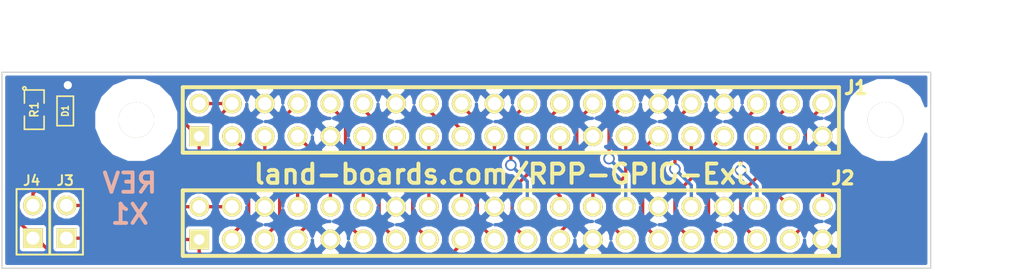
<source format=kicad_pcb>
(kicad_pcb (version 3) (host pcbnew "(2013-05-31 BZR 4019)-stable")

  (general
    (links 54)
    (no_connects 0)
    (area -0.3432 -5.4186 82.135714 16.5006)
    (thickness 1.6)
    (drawings 10)
    (tracks 188)
    (zones 0)
    (modules 8)
    (nets 35)
  )

  (page A3)
  (layers
    (15 F.Cu signal)
    (0 B.Cu signal)
    (20 B.SilkS user)
    (21 F.SilkS user)
    (22 B.Mask user)
    (23 F.Mask user)
    (24 Dwgs.User user)
    (25 Cmts.User user)
    (28 Edge.Cuts user)
  )

  (setup
    (last_trace_width 0.254)
    (user_trace_width 0.2032)
    (user_trace_width 0.635)
    (trace_clearance 0.254)
    (zone_clearance 0.2032)
    (zone_45_only no)
    (trace_min 0.2032)
    (segment_width 0.2)
    (edge_width 0.1)
    (via_size 0.889)
    (via_drill 0.635)
    (via_min_size 0.889)
    (via_min_drill 0.508)
    (uvia_size 0.508)
    (uvia_drill 0.127)
    (uvias_allowed no)
    (uvia_min_size 0.508)
    (uvia_min_drill 0.127)
    (pcb_text_width 0.3)
    (pcb_text_size 1.5 1.5)
    (mod_edge_width 0.15)
    (mod_text_size 1.27 1.27)
    (mod_text_width 0.254)
    (pad_size 2.75 2.75)
    (pad_drill 2.75)
    (pad_to_mask_clearance 0)
    (aux_axis_origin 0 0)
    (visible_elements 7FFFFFBF)
    (pcbplotparams
      (layerselection 284196865)
      (usegerberextensions true)
      (excludeedgelayer true)
      (linewidth 0.150000)
      (plotframeref false)
      (viasonmask false)
      (mode 1)
      (useauxorigin false)
      (hpglpennumber 1)
      (hpglpenspeed 20)
      (hpglpendiameter 15)
      (hpglpenoverlay 2)
      (psnegative false)
      (psa4output false)
      (plotreference true)
      (plotvalue true)
      (plotothertext true)
      (plotinvisibletext false)
      (padsonsilk false)
      (subtractmaskfromsilk false)
      (outputformat 1)
      (mirror false)
      (drillshape 0)
      (scaleselection 1)
      (outputdirectory plots/))
  )

  (net 0 "")
  (net 1 /+3.3V-1)
  (net 2 /+3.3V-2)
  (net 3 /GND)
  (net 4 /ID_SC)
  (net 5 /ID_SD)
  (net 6 /IO_12)
  (net 7 /IO_13)
  (net 8 /IO_16)
  (net 9 /IO_17)
  (net 10 /IO_18)
  (net 11 /IO_19)
  (net 12 /IO_20)
  (net 13 /IO_21)
  (net 14 /IO_22)
  (net 15 /IO_23)
  (net 16 /IO_24)
  (net 17 /IO_25)
  (net 18 /IO_26)
  (net 19 /IO_27)
  (net 20 /IO_4)
  (net 21 /IO_5)
  (net 22 /IO_6)
  (net 23 /R5-1)
  (net 24 /R5-2)
  (net 25 /RXD0)
  (net 26 /SCLK1)
  (net 27 /SDA1)
  (net 28 /SPICE0)
  (net 29 /SPICE1)
  (net 30 /SPIMISO)
  (net 31 /SPIMOSI)
  (net 32 /SPISCK)
  (net 33 /TXD0)
  (net 34 N-0000010)

  (net_class Default "This is the default net class."
    (clearance 0.254)
    (trace_width 0.254)
    (via_dia 0.889)
    (via_drill 0.635)
    (uvia_dia 0.508)
    (uvia_drill 0.127)
    (add_net "")
    (add_net /+3.3V-1)
    (add_net /+3.3V-2)
    (add_net /GND)
    (add_net /ID_SC)
    (add_net /ID_SD)
    (add_net /IO_12)
    (add_net /IO_13)
    (add_net /IO_16)
    (add_net /IO_17)
    (add_net /IO_18)
    (add_net /IO_19)
    (add_net /IO_20)
    (add_net /IO_21)
    (add_net /IO_22)
    (add_net /IO_23)
    (add_net /IO_24)
    (add_net /IO_25)
    (add_net /IO_26)
    (add_net /IO_27)
    (add_net /IO_4)
    (add_net /IO_5)
    (add_net /IO_6)
    (add_net /R5-1)
    (add_net /R5-2)
    (add_net /RXD0)
    (add_net /SCLK1)
    (add_net /SDA1)
    (add_net /SPICE0)
    (add_net /SPICE1)
    (add_net /SPIMISO)
    (add_net /SPIMOSI)
    (add_net /SPISCK)
    (add_net /TXD0)
    (add_net N-0000010)
  )

  (net_class POWER025 ""
    (clearance 0.381)
    (trace_width 0.635)
    (via_dia 0.889)
    (via_drill 0.635)
    (uvia_dia 0.508)
    (uvia_drill 0.127)
  )

  (module PIN_ARRAY_20X2 (layer F.Cu) (tedit 54306914) (tstamp 53B18B5A)
    (at 39.4 3.7)
    (descr "Double rangee de contacts 2 x 12 pins")
    (tags CONN)
    (path /543060D0)
    (fp_text reference J1 (at 26.7 -2.5) (layer F.SilkS)
      (effects (font (size 1.016 1.016) (thickness 0.27432)))
    )
    (fp_text value RASPIOPLUS (at 0 3.81) (layer F.SilkS) hide
      (effects (font (size 1.016 1.016) (thickness 0.2032)))
    )
    (fp_line (start 25.4 2.54) (end -25.4 2.54) (layer F.SilkS) (width 0.3048))
    (fp_line (start 25.4 -2.54) (end -25.4 -2.54) (layer F.SilkS) (width 0.3048))
    (fp_line (start 25.4 -2.54) (end 25.4 2.54) (layer F.SilkS) (width 0.3048))
    (fp_line (start -25.4 -2.54) (end -25.4 2.54) (layer F.SilkS) (width 0.3048))
    (pad 1 thru_hole rect (at -24.13 1.27) (size 1.524 1.524) (drill 0.8128)
      (layers *.Cu *.Mask F.SilkS)
      (net 2 /+3.3V-2)
    )
    (pad 2 thru_hole circle (at -24.13 -1.27) (size 1.524 1.524) (drill 1.016)
      (layers *.Cu *.Mask F.SilkS)
      (net 24 /R5-2)
    )
    (pad 11 thru_hole circle (at -11.43 1.27) (size 1.524 1.524) (drill 1.016)
      (layers *.Cu *.Mask F.SilkS)
      (net 9 /IO_17)
    )
    (pad 4 thru_hole circle (at -21.59 -1.27) (size 1.524 1.524) (drill 1.016)
      (layers *.Cu *.Mask F.SilkS)
      (net 24 /R5-2)
    )
    (pad 13 thru_hole circle (at -8.89 1.27) (size 1.524 1.524) (drill 1.016)
      (layers *.Cu *.Mask F.SilkS)
      (net 19 /IO_27)
    )
    (pad 6 thru_hole circle (at -19.05 -1.27) (size 1.524 1.524) (drill 1.016)
      (layers *.Cu *.Mask F.SilkS)
      (net 3 /GND)
    )
    (pad 15 thru_hole circle (at -6.35 1.27) (size 1.524 1.524) (drill 1.016)
      (layers *.Cu *.Mask F.SilkS)
      (net 14 /IO_22)
    )
    (pad 8 thru_hole circle (at -16.51 -1.27) (size 1.524 1.524) (drill 1.016)
      (layers *.Cu *.Mask F.SilkS)
      (net 33 /TXD0)
    )
    (pad 17 thru_hole circle (at -3.81 1.27) (size 1.524 1.524) (drill 1.016)
      (layers *.Cu *.Mask F.SilkS)
      (net 2 /+3.3V-2)
    )
    (pad 10 thru_hole circle (at -13.97 -1.27) (size 1.524 1.524) (drill 1.016)
      (layers *.Cu *.Mask F.SilkS)
      (net 25 /RXD0)
    )
    (pad 19 thru_hole circle (at -1.27 1.27) (size 1.524 1.524) (drill 1.016)
      (layers *.Cu *.Mask F.SilkS)
      (net 31 /SPIMOSI)
    )
    (pad 12 thru_hole circle (at -11.43 -1.27) (size 1.524 1.524) (drill 1.016)
      (layers *.Cu *.Mask F.SilkS)
      (net 10 /IO_18)
    )
    (pad 21 thru_hole circle (at 1.27 1.27) (size 1.524 1.524) (drill 1.016)
      (layers *.Cu *.Mask F.SilkS)
      (net 30 /SPIMISO)
    )
    (pad 14 thru_hole circle (at -8.89 -1.27) (size 1.524 1.524) (drill 1.016)
      (layers *.Cu *.Mask F.SilkS)
      (net 3 /GND)
    )
    (pad 23 thru_hole circle (at 3.81 1.27) (size 1.524 1.524) (drill 1.016)
      (layers *.Cu *.Mask F.SilkS)
      (net 32 /SPISCK)
    )
    (pad 16 thru_hole circle (at -6.35 -1.27) (size 1.524 1.524) (drill 1.016)
      (layers *.Cu *.Mask F.SilkS)
      (net 15 /IO_23)
    )
    (pad 25 thru_hole circle (at 6.35 1.27) (size 1.524 1.524) (drill 1.016)
      (layers *.Cu *.Mask F.SilkS)
      (net 3 /GND)
    )
    (pad 18 thru_hole circle (at -3.81 -1.27) (size 1.524 1.524) (drill 1.016)
      (layers *.Cu *.Mask F.SilkS)
      (net 16 /IO_24)
    )
    (pad 27 thru_hole circle (at 8.89 1.27) (size 1.524 1.524) (drill 1.016)
      (layers *.Cu *.Mask F.SilkS)
      (net 5 /ID_SD)
    )
    (pad 20 thru_hole circle (at -1.27 -1.27) (size 1.524 1.524) (drill 1.016)
      (layers *.Cu *.Mask F.SilkS)
      (net 3 /GND)
    )
    (pad 29 thru_hole circle (at 11.43 1.27) (size 1.524 1.524) (drill 1.016)
      (layers *.Cu *.Mask F.SilkS)
      (net 21 /IO_5)
    )
    (pad 22 thru_hole circle (at 1.27 -1.27) (size 1.524 1.524) (drill 1.016)
      (layers *.Cu *.Mask F.SilkS)
      (net 17 /IO_25)
    )
    (pad 31 thru_hole circle (at 13.97 1.27) (size 1.524 1.524) (drill 1.016)
      (layers *.Cu *.Mask F.SilkS)
      (net 22 /IO_6)
    )
    (pad 24 thru_hole circle (at 3.81 -1.27) (size 1.524 1.524) (drill 1.016)
      (layers *.Cu *.Mask F.SilkS)
      (net 28 /SPICE0)
    )
    (pad 26 thru_hole circle (at 6.35 -1.27) (size 1.524 1.524) (drill 1.016)
      (layers *.Cu *.Mask F.SilkS)
      (net 29 /SPICE1)
    )
    (pad 33 thru_hole circle (at 16.51 1.27) (size 1.524 1.524) (drill 1.016)
      (layers *.Cu *.Mask F.SilkS)
      (net 7 /IO_13)
    )
    (pad 28 thru_hole circle (at 8.89 -1.27) (size 1.524 1.524) (drill 1.016)
      (layers *.Cu *.Mask F.SilkS)
      (net 4 /ID_SC)
    )
    (pad 32 thru_hole circle (at 13.97 -1.27) (size 1.524 1.524) (drill 1.016)
      (layers *.Cu *.Mask F.SilkS)
      (net 6 /IO_12)
    )
    (pad 34 thru_hole circle (at 16.51 -1.27) (size 1.524 1.524) (drill 1.016)
      (layers *.Cu *.Mask F.SilkS)
      (net 3 /GND)
    )
    (pad 36 thru_hole circle (at 19.05 -1.27) (size 1.524 1.524) (drill 1.016)
      (layers *.Cu *.Mask F.SilkS)
      (net 8 /IO_16)
    )
    (pad 38 thru_hole circle (at 21.59 -1.27) (size 1.524 1.524) (drill 1.016)
      (layers *.Cu *.Mask F.SilkS)
      (net 12 /IO_20)
    )
    (pad 35 thru_hole circle (at 19.05 1.27) (size 1.524 1.524) (drill 1.016)
      (layers *.Cu *.Mask F.SilkS)
      (net 11 /IO_19)
    )
    (pad 37 thru_hole circle (at 21.59 1.27) (size 1.524 1.524) (drill 1.016)
      (layers *.Cu *.Mask F.SilkS)
      (net 18 /IO_26)
    )
    (pad 3 thru_hole circle (at -21.59 1.27) (size 1.524 1.524) (drill 1.016)
      (layers *.Cu *.Mask F.SilkS)
      (net 27 /SDA1)
    )
    (pad 5 thru_hole circle (at -19.05 1.27) (size 1.524 1.524) (drill 1.016)
      (layers *.Cu *.Mask F.SilkS)
      (net 26 /SCLK1)
    )
    (pad 7 thru_hole circle (at -16.51 1.27) (size 1.524 1.524) (drill 1.016)
      (layers *.Cu *.Mask F.SilkS)
      (net 20 /IO_4)
    )
    (pad 9 thru_hole circle (at -13.97 1.27) (size 1.524 1.524) (drill 1.016)
      (layers *.Cu *.Mask F.SilkS)
      (net 3 /GND)
    )
    (pad 39 thru_hole circle (at 24.13 1.27) (size 1.524 1.524) (drill 1.016)
      (layers *.Cu *.Mask F.SilkS)
      (net 3 /GND)
    )
    (pad 40 thru_hole circle (at 24.13 -1.27) (size 1.524 1.524) (drill 1.016)
      (layers *.Cu *.Mask F.SilkS)
      (net 13 /IO_21)
    )
    (pad 30 thru_hole circle (at 11.43 -1.27) (size 1.524 1.524) (drill 1.016)
      (layers *.Cu *.Mask F.SilkS)
      (net 3 /GND)
    )
    (model pin_array/pins_array_20x2.wrl
      (at (xyz 0 0 0))
      (scale (xyz 1 1 1))
      (rotate (xyz 0 0 0))
    )
  )

  (module MTG-2.75MM (layer F.Cu) (tedit 53F3C3D3) (tstamp 53C6EB51)
    (at 68.4 3.7)
    (path /53C6E5ED)
    (fp_text reference MTG2 (at -0.4318 -7.8232) (layer F.SilkS) hide
      (effects (font (size 1.524 1.524) (thickness 0.3048)))
    )
    (fp_text value CONN_1 (at 0 -5.08) (layer F.SilkS) hide
      (effects (font (size 1.524 1.524) (thickness 0.3048)))
    )
    (pad 1 thru_hole circle (at 0 0) (size 2.75 2.75) (drill 2.75)
      (layers *.Cu *.Mask F.SilkS)
      (solder_mask_margin 1.8)
      (clearance 1.8)
    )
  )

  (module MTG-2.75MM (layer F.Cu) (tedit 53F3C3D3) (tstamp 53C6EB56)
    (at 10.4 3.7)
    (path /53C6E5FC)
    (fp_text reference MTG1 (at -0.4318 -7.8232) (layer F.SilkS) hide
      (effects (font (size 1.524 1.524) (thickness 0.3048)))
    )
    (fp_text value CONN_1 (at 0 -5.08) (layer F.SilkS) hide
      (effects (font (size 1.524 1.524) (thickness 0.3048)))
    )
    (pad 1 thru_hole circle (at 0 0) (size 2.75 2.75) (drill 2.75)
      (layers *.Cu *.Mask F.SilkS)
      (solder_mask_margin 1.8)
      (clearance 1.8)
    )
  )

  (module PIN_ARRAY_2X1 (layer F.Cu) (tedit 543153AD) (tstamp 54306716)
    (at 5 11.6 90)
    (descr "Connecteurs 2 pins")
    (tags "CONN DEV")
    (path /5430669F)
    (fp_text reference J3 (at 3.2 -0.1 180) (layer F.SilkS)
      (effects (font (size 0.762 0.762) (thickness 0.1524)))
    )
    (fp_text value CONN_2 (at 0 -1.905 90) (layer F.SilkS) hide
      (effects (font (size 0.762 0.762) (thickness 0.1524)))
    )
    (fp_line (start -2.54 1.27) (end -2.54 -1.27) (layer F.SilkS) (width 0.1524))
    (fp_line (start -2.54 -1.27) (end 2.54 -1.27) (layer F.SilkS) (width 0.1524))
    (fp_line (start 2.54 -1.27) (end 2.54 1.27) (layer F.SilkS) (width 0.1524))
    (fp_line (start 2.54 1.27) (end -2.54 1.27) (layer F.SilkS) (width 0.1524))
    (pad 1 thru_hole rect (at -1.27 0 90) (size 1.524 1.524) (drill 1.016)
      (layers *.Cu *.Mask F.SilkS)
      (net 23 /R5-1)
    )
    (pad 2 thru_hole circle (at 1.27 0 90) (size 1.524 1.524) (drill 1.016)
      (layers *.Cu *.Mask F.SilkS)
      (net 24 /R5-2)
    )
    (model pin_array/pins_array_2x1.wrl
      (at (xyz 0 0 0))
      (scale (xyz 1 1 1))
      (rotate (xyz 0 0 0))
    )
  )

  (module PIN_ARRAY_2X1 (layer F.Cu) (tedit 543153BD) (tstamp 54306720)
    (at 2.4 11.6 90)
    (descr "Connecteurs 2 pins")
    (tags "CONN DEV")
    (path /543067D9)
    (fp_text reference J4 (at 3.2 -0.1 180) (layer F.SilkS)
      (effects (font (size 0.762 0.762) (thickness 0.1524)))
    )
    (fp_text value CONN_2 (at 0 -1.905 90) (layer F.SilkS) hide
      (effects (font (size 0.762 0.762) (thickness 0.1524)))
    )
    (fp_line (start -2.54 1.27) (end -2.54 -1.27) (layer F.SilkS) (width 0.1524))
    (fp_line (start -2.54 -1.27) (end 2.54 -1.27) (layer F.SilkS) (width 0.1524))
    (fp_line (start 2.54 -1.27) (end 2.54 1.27) (layer F.SilkS) (width 0.1524))
    (fp_line (start 2.54 1.27) (end -2.54 1.27) (layer F.SilkS) (width 0.1524))
    (pad 1 thru_hole rect (at -1.27 0 90) (size 1.524 1.524) (drill 1.016)
      (layers *.Cu *.Mask F.SilkS)
      (net 1 /+3.3V-1)
    )
    (pad 2 thru_hole circle (at 1.27 0 90) (size 1.524 1.524) (drill 1.016)
      (layers *.Cu *.Mask F.SilkS)
      (net 2 /+3.3V-2)
    )
    (model pin_array/pins_array_2x1.wrl
      (at (xyz 0 0 0))
      (scale (xyz 1 1 1))
      (rotate (xyz 0 0 0))
    )
  )

  (module PIN_ARRAY_20X2 (layer F.Cu) (tedit 54306907) (tstamp 54306750)
    (at 39.4 11.7)
    (descr "Double rangee de contacts 2 x 12 pins")
    (tags CONN)
    (path /53C50367)
    (fp_text reference J2 (at 25.7 -3.5) (layer F.SilkS)
      (effects (font (size 1.016 1.016) (thickness 0.27432)))
    )
    (fp_text value RASPIOPLUS (at 0 3.81) (layer F.SilkS) hide
      (effects (font (size 1.016 1.016) (thickness 0.2032)))
    )
    (fp_line (start 25.4 2.54) (end -25.4 2.54) (layer F.SilkS) (width 0.3048))
    (fp_line (start 25.4 -2.54) (end -25.4 -2.54) (layer F.SilkS) (width 0.3048))
    (fp_line (start 25.4 -2.54) (end 25.4 2.54) (layer F.SilkS) (width 0.3048))
    (fp_line (start -25.4 -2.54) (end -25.4 2.54) (layer F.SilkS) (width 0.3048))
    (pad 1 thru_hole rect (at -24.13 1.27) (size 1.524 1.524) (drill 0.8128)
      (layers *.Cu *.Mask F.SilkS)
      (net 1 /+3.3V-1)
    )
    (pad 2 thru_hole circle (at -24.13 -1.27) (size 1.524 1.524) (drill 1.016)
      (layers *.Cu *.Mask F.SilkS)
      (net 23 /R5-1)
    )
    (pad 11 thru_hole circle (at -11.43 1.27) (size 1.524 1.524) (drill 1.016)
      (layers *.Cu *.Mask F.SilkS)
      (net 9 /IO_17)
    )
    (pad 4 thru_hole circle (at -21.59 -1.27) (size 1.524 1.524) (drill 1.016)
      (layers *.Cu *.Mask F.SilkS)
      (net 23 /R5-1)
    )
    (pad 13 thru_hole circle (at -8.89 1.27) (size 1.524 1.524) (drill 1.016)
      (layers *.Cu *.Mask F.SilkS)
      (net 19 /IO_27)
    )
    (pad 6 thru_hole circle (at -19.05 -1.27) (size 1.524 1.524) (drill 1.016)
      (layers *.Cu *.Mask F.SilkS)
      (net 3 /GND)
    )
    (pad 15 thru_hole circle (at -6.35 1.27) (size 1.524 1.524) (drill 1.016)
      (layers *.Cu *.Mask F.SilkS)
      (net 14 /IO_22)
    )
    (pad 8 thru_hole circle (at -16.51 -1.27) (size 1.524 1.524) (drill 1.016)
      (layers *.Cu *.Mask F.SilkS)
      (net 33 /TXD0)
    )
    (pad 17 thru_hole circle (at -3.81 1.27) (size 1.524 1.524) (drill 1.016)
      (layers *.Cu *.Mask F.SilkS)
      (net 1 /+3.3V-1)
    )
    (pad 10 thru_hole circle (at -13.97 -1.27) (size 1.524 1.524) (drill 1.016)
      (layers *.Cu *.Mask F.SilkS)
      (net 25 /RXD0)
    )
    (pad 19 thru_hole circle (at -1.27 1.27) (size 1.524 1.524) (drill 1.016)
      (layers *.Cu *.Mask F.SilkS)
      (net 31 /SPIMOSI)
    )
    (pad 12 thru_hole circle (at -11.43 -1.27) (size 1.524 1.524) (drill 1.016)
      (layers *.Cu *.Mask F.SilkS)
      (net 10 /IO_18)
    )
    (pad 21 thru_hole circle (at 1.27 1.27) (size 1.524 1.524) (drill 1.016)
      (layers *.Cu *.Mask F.SilkS)
      (net 30 /SPIMISO)
    )
    (pad 14 thru_hole circle (at -8.89 -1.27) (size 1.524 1.524) (drill 1.016)
      (layers *.Cu *.Mask F.SilkS)
      (net 3 /GND)
    )
    (pad 23 thru_hole circle (at 3.81 1.27) (size 1.524 1.524) (drill 1.016)
      (layers *.Cu *.Mask F.SilkS)
      (net 32 /SPISCK)
    )
    (pad 16 thru_hole circle (at -6.35 -1.27) (size 1.524 1.524) (drill 1.016)
      (layers *.Cu *.Mask F.SilkS)
      (net 15 /IO_23)
    )
    (pad 25 thru_hole circle (at 6.35 1.27) (size 1.524 1.524) (drill 1.016)
      (layers *.Cu *.Mask F.SilkS)
      (net 3 /GND)
    )
    (pad 18 thru_hole circle (at -3.81 -1.27) (size 1.524 1.524) (drill 1.016)
      (layers *.Cu *.Mask F.SilkS)
      (net 16 /IO_24)
    )
    (pad 27 thru_hole circle (at 8.89 1.27) (size 1.524 1.524) (drill 1.016)
      (layers *.Cu *.Mask F.SilkS)
      (net 5 /ID_SD)
    )
    (pad 20 thru_hole circle (at -1.27 -1.27) (size 1.524 1.524) (drill 1.016)
      (layers *.Cu *.Mask F.SilkS)
      (net 3 /GND)
    )
    (pad 29 thru_hole circle (at 11.43 1.27) (size 1.524 1.524) (drill 1.016)
      (layers *.Cu *.Mask F.SilkS)
      (net 21 /IO_5)
    )
    (pad 22 thru_hole circle (at 1.27 -1.27) (size 1.524 1.524) (drill 1.016)
      (layers *.Cu *.Mask F.SilkS)
      (net 17 /IO_25)
    )
    (pad 31 thru_hole circle (at 13.97 1.27) (size 1.524 1.524) (drill 1.016)
      (layers *.Cu *.Mask F.SilkS)
      (net 22 /IO_6)
    )
    (pad 24 thru_hole circle (at 3.81 -1.27) (size 1.524 1.524) (drill 1.016)
      (layers *.Cu *.Mask F.SilkS)
      (net 28 /SPICE0)
    )
    (pad 26 thru_hole circle (at 6.35 -1.27) (size 1.524 1.524) (drill 1.016)
      (layers *.Cu *.Mask F.SilkS)
      (net 29 /SPICE1)
    )
    (pad 33 thru_hole circle (at 16.51 1.27) (size 1.524 1.524) (drill 1.016)
      (layers *.Cu *.Mask F.SilkS)
      (net 7 /IO_13)
    )
    (pad 28 thru_hole circle (at 8.89 -1.27) (size 1.524 1.524) (drill 1.016)
      (layers *.Cu *.Mask F.SilkS)
      (net 4 /ID_SC)
    )
    (pad 32 thru_hole circle (at 13.97 -1.27) (size 1.524 1.524) (drill 1.016)
      (layers *.Cu *.Mask F.SilkS)
      (net 6 /IO_12)
    )
    (pad 34 thru_hole circle (at 16.51 -1.27) (size 1.524 1.524) (drill 1.016)
      (layers *.Cu *.Mask F.SilkS)
      (net 3 /GND)
    )
    (pad 36 thru_hole circle (at 19.05 -1.27) (size 1.524 1.524) (drill 1.016)
      (layers *.Cu *.Mask F.SilkS)
      (net 8 /IO_16)
    )
    (pad 38 thru_hole circle (at 21.59 -1.27) (size 1.524 1.524) (drill 1.016)
      (layers *.Cu *.Mask F.SilkS)
      (net 12 /IO_20)
    )
    (pad 35 thru_hole circle (at 19.05 1.27) (size 1.524 1.524) (drill 1.016)
      (layers *.Cu *.Mask F.SilkS)
      (net 11 /IO_19)
    )
    (pad 37 thru_hole circle (at 21.59 1.27) (size 1.524 1.524) (drill 1.016)
      (layers *.Cu *.Mask F.SilkS)
      (net 18 /IO_26)
    )
    (pad 3 thru_hole circle (at -21.59 1.27) (size 1.524 1.524) (drill 1.016)
      (layers *.Cu *.Mask F.SilkS)
      (net 27 /SDA1)
    )
    (pad 5 thru_hole circle (at -19.05 1.27) (size 1.524 1.524) (drill 1.016)
      (layers *.Cu *.Mask F.SilkS)
      (net 26 /SCLK1)
    )
    (pad 7 thru_hole circle (at -16.51 1.27) (size 1.524 1.524) (drill 1.016)
      (layers *.Cu *.Mask F.SilkS)
      (net 20 /IO_4)
    )
    (pad 9 thru_hole circle (at -13.97 1.27) (size 1.524 1.524) (drill 1.016)
      (layers *.Cu *.Mask F.SilkS)
      (net 3 /GND)
    )
    (pad 39 thru_hole circle (at 24.13 1.27) (size 1.524 1.524) (drill 1.016)
      (layers *.Cu *.Mask F.SilkS)
      (net 3 /GND)
    )
    (pad 40 thru_hole circle (at 24.13 -1.27) (size 1.524 1.524) (drill 1.016)
      (layers *.Cu *.Mask F.SilkS)
      (net 13 /IO_21)
    )
    (pad 30 thru_hole circle (at 11.43 -1.27) (size 1.524 1.524) (drill 1.016)
      (layers *.Cu *.Mask F.SilkS)
      (net 3 /GND)
    )
    (model pin_array/pins_array_20x2.wrl
      (at (xyz 0 0 0))
      (scale (xyz 1 1 1))
      (rotate (xyz 0 0 0))
    )
  )

  (module SM0805 (layer F.Cu) (tedit 42806E04) (tstamp 54306A2D)
    (at 2.5 2.9 270)
    (path /543069C9)
    (attr smd)
    (fp_text reference R1 (at 0 0 270) (layer F.SilkS)
      (effects (font (size 0.635 0.635) (thickness 0.127)))
    )
    (fp_text value R (at 0 0 270) (layer F.SilkS) hide
      (effects (font (size 0.635 0.635) (thickness 0.127)))
    )
    (fp_circle (center -1.651 0.762) (end -1.651 0.635) (layer F.SilkS) (width 0.127))
    (fp_line (start -0.508 0.762) (end -1.524 0.762) (layer F.SilkS) (width 0.127))
    (fp_line (start -1.524 0.762) (end -1.524 -0.762) (layer F.SilkS) (width 0.127))
    (fp_line (start -1.524 -0.762) (end -0.508 -0.762) (layer F.SilkS) (width 0.127))
    (fp_line (start 0.508 -0.762) (end 1.524 -0.762) (layer F.SilkS) (width 0.127))
    (fp_line (start 1.524 -0.762) (end 1.524 0.762) (layer F.SilkS) (width 0.127))
    (fp_line (start 1.524 0.762) (end 0.508 0.762) (layer F.SilkS) (width 0.127))
    (pad 1 smd rect (at -0.9525 0 270) (size 0.889 1.397)
      (layers F.Cu F.Mask)
      (net 1 /+3.3V-1)
    )
    (pad 2 smd rect (at 0.9525 0 270) (size 0.889 1.397)
      (layers F.Cu F.Mask)
      (net 34 N-0000010)
    )
    (model smd/chip_cms.wrl
      (at (xyz 0 0 0))
      (scale (xyz 0.1 0.1 0.1))
      (rotate (xyz 0 0 0))
    )
  )

  (module SM0603 (layer F.Cu) (tedit 4E43A3D1) (tstamp 54306A37)
    (at 4.9 3 90)
    (path /543069BA)
    (attr smd)
    (fp_text reference D1 (at 0 0 90) (layer F.SilkS)
      (effects (font (size 0.508 0.4572) (thickness 0.1143)))
    )
    (fp_text value LED (at 0 0 90) (layer F.SilkS) hide
      (effects (font (size 0.508 0.4572) (thickness 0.1143)))
    )
    (fp_line (start -1.143 -0.635) (end 1.143 -0.635) (layer F.SilkS) (width 0.127))
    (fp_line (start 1.143 -0.635) (end 1.143 0.635) (layer F.SilkS) (width 0.127))
    (fp_line (start 1.143 0.635) (end -1.143 0.635) (layer F.SilkS) (width 0.127))
    (fp_line (start -1.143 0.635) (end -1.143 -0.635) (layer F.SilkS) (width 0.127))
    (pad 1 smd rect (at -0.762 0 90) (size 0.635 1.143)
      (layers F.Cu F.Mask)
      (net 34 N-0000010)
    )
    (pad 2 smd rect (at 0.762 0 90) (size 0.635 1.143)
      (layers F.Cu F.Mask)
      (net 3 /GND)
    )
    (model smd\resistors\R0603.wrl
      (at (xyz 0 0 0.001))
      (scale (xyz 0.5 0.5 0.5))
      (rotate (xyz 0 0 0))
    )
  )

  (dimension 71.9 (width 0.3) (layer Dwgs.User)
    (gr_text "2.8307 in" (at 35.95 -3.749999) (layer Dwgs.User)
      (effects (font (size 1.5 1.5) (thickness 0.3)))
    )
    (feature1 (pts (xy 71.9 0) (xy 71.9 -5.099999)))
    (feature2 (pts (xy 0 0) (xy 0 -5.099999)))
    (crossbar (pts (xy 0 -2.399999) (xy 71.9 -2.399999)))
    (arrow1a (pts (xy 71.9 -2.399999) (xy 70.773497 -1.813579)))
    (arrow1b (pts (xy 71.9 -2.399999) (xy 70.773497 -2.986419)))
    (arrow2a (pts (xy 0 -2.399999) (xy 1.126503 -1.813579)))
    (arrow2b (pts (xy 0 -2.399999) (xy 1.126503 -2.986419)))
  )
  (gr_line (start 0 15.2) (end 71.9 15.2) (angle 90) (layer Edge.Cuts) (width 0.1))
  (gr_line (start 0 0) (end 0 15.2) (angle 90) (layer Edge.Cuts) (width 0.1))
  (gr_line (start 71.9 0) (end 0 0) (angle 90) (layer Edge.Cuts) (width 0.1))
  (gr_text "REV\nX1" (at 9.9 9.8) (layer B.SilkS)
    (effects (font (size 1.5 1.5) (thickness 0.3)) (justify mirror))
  )
  (gr_text land-boards.com/RPP-GPIO-Ext (at 38.6 7.9) (layer F.SilkS)
    (effects (font (size 1.5 1.5) (thickness 0.3)))
  )
  (dimension 15.2 (width 0.3) (layer Dwgs.User)
    (gr_text "0.5984 in" (at 76.449999 7.6 270) (layer Dwgs.User)
      (effects (font (size 1.5 1.5) (thickness 0.3)))
    )
    (feature1 (pts (xy 71.9 15.2) (xy 77.799999 15.2)))
    (feature2 (pts (xy 71.9 0) (xy 77.799999 0)))
    (crossbar (pts (xy 75.099999 0) (xy 75.099999 15.2)))
    (arrow1a (pts (xy 75.099999 15.2) (xy 74.513579 14.073497)))
    (arrow1b (pts (xy 75.099999 15.2) (xy 75.686419 14.073497)))
    (arrow2a (pts (xy 75.099999 0) (xy 74.513579 1.126503)))
    (arrow2b (pts (xy 75.099999 0) (xy 75.686419 1.126503)))
  )
  (gr_line (start 71.9 0.7) (end 71.9 0) (angle 90) (layer Edge.Cuts) (width 0.1))
  (gr_line (start 71.9 8.2) (end 71.9 0.7) (angle 90) (layer Edge.Cuts) (width 0.1))
  (gr_line (start 71.9 15.2) (end 71.9 8.2) (angle 90) (layer Edge.Cuts) (width 0.1))

  (segment (start 35.59 12.97) (end 35.59 13.31) (width 0.254) (layer F.Cu) (net 1))
  (segment (start 15.27 13.97) (end 15.27 12.97) (width 0.254) (layer F.Cu) (net 1) (tstamp 5431B6FA))
  (segment (start 15.6 14.3) (end 15.27 13.97) (width 0.254) (layer F.Cu) (net 1) (tstamp 5431B6F5))
  (segment (start 34.6 14.3) (end 15.6 14.3) (width 0.254) (layer F.Cu) (net 1) (tstamp 5431B6F3))
  (segment (start 35.59 13.31) (end 34.6 14.3) (width 0.254) (layer F.Cu) (net 1) (tstamp 5431B6F1))
  (segment (start 2.4 12.87) (end 2.4 12.7) (width 0.254) (layer F.Cu) (net 1))
  (segment (start 1.5525 1.9475) (end 2.5 1.9475) (width 0.254) (layer F.Cu) (net 1) (tstamp 543156A7))
  (segment (start 1.2 2.3) (end 1.5525 1.9475) (width 0.254) (layer F.Cu) (net 1) (tstamp 543156A4))
  (segment (start 1.2 11.5) (end 1.2 2.3) (width 0.254) (layer F.Cu) (net 1) (tstamp 543156A2))
  (segment (start 2.4 12.7) (end 1.2 11.5) (width 0.254) (layer F.Cu) (net 1) (tstamp 543156A1))
  (segment (start 2.4 12.87) (end 2.67 12.87) (width 0.254) (layer F.Cu) (net 1))
  (segment (start 2.67 12.87) (end 4.2 14.4) (width 0.254) (layer F.Cu) (net 1) (tstamp 54315693))
  (segment (start 4.2 14.4) (end 11.9 14.4) (width 0.254) (layer F.Cu) (net 1) (tstamp 54315695))
  (segment (start 11.9 14.4) (end 13.33 12.97) (width 0.254) (layer F.Cu) (net 1) (tstamp 54315697))
  (segment (start 13.33 12.97) (end 15.27 12.97) (width 0.254) (layer F.Cu) (net 1) (tstamp 54315699))
  (segment (start 15.27 12.97) (end 14.97 12.97) (width 0.254) (layer F.Cu) (net 1) (status 30))
  (segment (start 34.2 2.1) (end 34.2 1.4) (width 0.254) (layer F.Cu) (net 2))
  (segment (start 14.8 1.1) (end 14 1.9) (width 0.254) (layer F.Cu) (net 2) (tstamp 5431B6E9))
  (segment (start 33.9 1.1) (end 14.8 1.1) (width 0.254) (layer F.Cu) (net 2) (tstamp 5431B6E8))
  (segment (start 34.2 1.4) (end 33.9 1.1) (width 0.254) (layer F.Cu) (net 2) (tstamp 5431B6E7))
  (segment (start 2.4 10.33) (end 2.4 9.4) (width 0.254) (layer F.Cu) (net 2))
  (segment (start 15.27 6.83) (end 15.27 4.97) (width 0.254) (layer F.Cu) (net 2) (tstamp 54315678))
  (segment (start 14.6 7.5) (end 15.27 6.83) (width 0.254) (layer F.Cu) (net 2) (tstamp 54315676))
  (segment (start 10.6 7.5) (end 14.6 7.5) (width 0.254) (layer F.Cu) (net 2) (tstamp 54315675))
  (segment (start 9.8 8.3) (end 10.6 7.5) (width 0.254) (layer F.Cu) (net 2) (tstamp 54315674))
  (segment (start 3.5 8.3) (end 9.8 8.3) (width 0.254) (layer F.Cu) (net 2) (tstamp 54315672))
  (segment (start 2.4 9.4) (end 3.5 8.3) (width 0.254) (layer F.Cu) (net 2) (tstamp 54315671))
  (segment (start 15.27 4.97) (end 15.17 4.97) (width 0.254) (layer F.Cu) (net 2))
  (segment (start 15.17 4.97) (end 14 3.8) (width 0.254) (layer F.Cu) (net 2) (tstamp 54315573))
  (segment (start 14 3.8) (end 14 1.9) (width 0.254) (layer F.Cu) (net 2) (tstamp 54315574))
  (segment (start 35.59 4.97) (end 35.59 4.49) (width 0.254) (layer F.Cu) (net 2) (status 30))
  (segment (start 34.2 3.1) (end 34.2 2.1) (width 0.254) (layer F.Cu) (net 2) (tstamp 54306379))
  (segment (start 35.59 4.49) (end 34.2 3.1) (width 0.254) (layer F.Cu) (net 2) (tstamp 54306378) (status 10))
  (segment (start 4.9 2.238) (end 4.9 1.2) (width 0.254) (layer F.Cu) (net 3))
  (via (at 5.1 1) (size 0.889) (layers F.Cu B.Cu) (net 3))
  (segment (start 4.9 1.2) (end 5.1 1) (width 0.254) (layer F.Cu) (net 3) (tstamp 54315660))
  (segment (start 48.29 2.43) (end 48.27 2.43) (width 0.254) (layer F.Cu) (net 4))
  (segment (start 48.29 7.99) (end 48.29 10.43) (width 0.254) (layer B.Cu) (net 4) (tstamp 5431B843))
  (segment (start 47 6.7) (end 48.29 7.99) (width 0.254) (layer B.Cu) (net 4) (tstamp 5431B842))
  (via (at 47 6.7) (size 0.889) (layers F.Cu B.Cu) (net 4))
  (segment (start 47 3.7) (end 47 6.7) (width 0.254) (layer F.Cu) (net 4) (tstamp 5431B83A))
  (segment (start 48.27 2.43) (end 47 3.7) (width 0.254) (layer F.Cu) (net 4) (tstamp 5431B837))
  (segment (start 48.29 4.97) (end 48.29 8.01) (width 0.254) (layer F.Cu) (net 5))
  (segment (start 47 11.68) (end 48.29 12.97) (width 0.254) (layer F.Cu) (net 5) (tstamp 5431B833))
  (segment (start 47 9.3) (end 47 11.68) (width 0.254) (layer F.Cu) (net 5) (tstamp 5431B831))
  (segment (start 48.29 8.01) (end 47 9.3) (width 0.254) (layer F.Cu) (net 5) (tstamp 5431B829))
  (segment (start 53.37 10.43) (end 53.22 10.43) (width 0.2032) (layer F.Cu) (net 6) (status 30))
  (segment (start 53.37 2.43) (end 53.37 2.53) (width 0.254) (layer F.Cu) (net 6) (status 30))
  (segment (start 53.37 8.77) (end 53.37 10.43) (width 0.254) (layer B.Cu) (net 6) (tstamp 543064F3) (status 20))
  (segment (start 52.1 7.5) (end 53.37 8.77) (width 0.254) (layer B.Cu) (net 6) (tstamp 543064F2))
  (via (at 52.1 7.5) (size 0.889) (layers F.Cu B.Cu) (net 6))
  (segment (start 52.1 3.8) (end 52.1 7.5) (width 0.254) (layer F.Cu) (net 6) (tstamp 543064EB))
  (segment (start 53.37 2.53) (end 52.1 3.8) (width 0.254) (layer F.Cu) (net 6) (tstamp 543064EA) (status 10))
  (segment (start 55.91 4.97) (end 55.83 4.97) (width 0.254) (layer F.Cu) (net 7) (status 30))
  (segment (start 54.7 11.76) (end 55.91 12.97) (width 0.254) (layer F.Cu) (net 7) (tstamp 543061E5) (status 20))
  (segment (start 54.7 6.1) (end 54.7 11.76) (width 0.254) (layer F.Cu) (net 7) (tstamp 543061E3))
  (segment (start 55.83 4.97) (end 54.7 6.1) (width 0.254) (layer F.Cu) (net 7) (tstamp 543061E1) (status 10))
  (segment (start 55.9 12.98) (end 55.91 12.97) (width 0.254) (layer F.Cu) (net 7) (tstamp 53C6DE19) (status 30))
  (segment (start 58.45 2.43) (end 58.45 2.75) (width 0.254) (layer F.Cu) (net 8) (status 30))
  (segment (start 58.45 8.85) (end 58.45 10.43) (width 0.254) (layer B.Cu) (net 8) (tstamp 5430650F) (status 20))
  (segment (start 57.2 7.6) (end 58.45 8.85) (width 0.254) (layer B.Cu) (net 8) (tstamp 5430650E))
  (via (at 57.2 7.6) (size 0.889) (layers F.Cu B.Cu) (net 8))
  (segment (start 57.2 4) (end 57.2 7.6) (width 0.254) (layer F.Cu) (net 8) (tstamp 54306508))
  (segment (start 58.45 2.75) (end 57.2 4) (width 0.254) (layer F.Cu) (net 8) (tstamp 54306507) (status 10))
  (segment (start 26.7 11.7) (end 26.7 8.3) (width 0.254) (layer F.Cu) (net 9))
  (segment (start 27.97 7.03) (end 27.97 4.97) (width 0.254) (layer F.Cu) (net 9) (tstamp 54306425) (status 20))
  (segment (start 26.7 8.3) (end 27.97 7.03) (width 0.254) (layer F.Cu) (net 9) (tstamp 54306424))
  (segment (start 26.7 11.7) (end 27.97 12.97) (width 0.254) (layer F.Cu) (net 9) (tstamp 5430615F) (status 20))
  (segment (start 28.1 13.1) (end 27.97 12.97) (width 0.254) (layer F.Cu) (net 9) (tstamp 53C6DD7B) (status 30))
  (segment (start 27.97 2.43) (end 27.97 2.87) (width 0.254) (layer F.Cu) (net 10) (status 30))
  (segment (start 27.97 8.33) (end 27.97 10.43) (width 0.254) (layer F.Cu) (net 10) (tstamp 54306447) (status 20))
  (segment (start 29.2 7.1) (end 27.97 8.33) (width 0.254) (layer F.Cu) (net 10) (tstamp 54306446))
  (segment (start 29.2 4.1) (end 29.2 7.1) (width 0.254) (layer F.Cu) (net 10) (tstamp 5430643F))
  (segment (start 27.97 2.87) (end 29.2 4.1) (width 0.254) (layer F.Cu) (net 10) (tstamp 5430643D) (status 10))
  (segment (start 27.97 10.43) (end 27.77 10.43) (width 0.254) (layer F.Cu) (net 10) (status 30))
  (segment (start 57.2 11.72) (end 57.2 9.4) (width 0.254) (layer F.Cu) (net 11))
  (segment (start 58.45 8.15) (end 58.45 4.97) (width 0.254) (layer F.Cu) (net 11) (tstamp 54306504) (status 20))
  (segment (start 57.2 9.4) (end 58.45 8.15) (width 0.254) (layer F.Cu) (net 11) (tstamp 54306503))
  (segment (start 57.2 11.72) (end 58.45 12.97) (width 0.254) (layer F.Cu) (net 11) (tstamp 543061EC) (status 20))
  (segment (start 58.4 13.02) (end 58.45 12.97) (width 0.254) (layer F.Cu) (net 11) (tstamp 53C6DE1C) (status 30))
  (segment (start 60.99 2.43) (end 60.99 2.51) (width 0.254) (layer F.Cu) (net 12) (status 30))
  (segment (start 59.7 9.14) (end 60.99 10.43) (width 0.254) (layer F.Cu) (net 12) (tstamp 5430652A) (status 20))
  (segment (start 59.7 3.8) (end 59.7 9.14) (width 0.254) (layer F.Cu) (net 12) (tstamp 54306527))
  (segment (start 60.99 2.51) (end 59.7 3.8) (width 0.254) (layer F.Cu) (net 12) (tstamp 54306525) (status 10))
  (segment (start 63.53 2.43) (end 63.53 2.67) (width 0.254) (layer F.Cu) (net 13) (status 30))
  (segment (start 63.53 7.83) (end 63.53 10.43) (width 0.254) (layer F.Cu) (net 13) (tstamp 5430653D) (status 20))
  (segment (start 62.2 6.5) (end 63.53 7.83) (width 0.254) (layer F.Cu) (net 13) (tstamp 5430653B))
  (segment (start 62.2 4) (end 62.2 6.5) (width 0.254) (layer F.Cu) (net 13) (tstamp 54306539))
  (segment (start 63.53 2.67) (end 62.2 4) (width 0.254) (layer F.Cu) (net 13) (tstamp 54306538) (status 10))
  (segment (start 31.8 11.72) (end 31.8 8.2) (width 0.254) (layer F.Cu) (net 14))
  (segment (start 33.05 6.95) (end 33.05 4.97) (width 0.254) (layer F.Cu) (net 14) (tstamp 54306435) (status 20))
  (segment (start 31.8 8.2) (end 33.05 6.95) (width 0.254) (layer F.Cu) (net 14) (tstamp 54306433))
  (segment (start 31.8 11.72) (end 33.05 12.97) (width 0.254) (layer F.Cu) (net 14) (tstamp 54306171) (status 20))
  (segment (start 33.05 2.43) (end 33.05 2.95) (width 0.254) (layer F.Cu) (net 15) (status 30))
  (segment (start 33.05 8.45) (end 33.05 10.43) (width 0.254) (layer F.Cu) (net 15) (tstamp 54306485) (status 20))
  (segment (start 34.2 7.3) (end 33.05 8.45) (width 0.254) (layer F.Cu) (net 15) (tstamp 54306482))
  (segment (start 34.2 4.1) (end 34.2 7.3) (width 0.254) (layer F.Cu) (net 15) (tstamp 54306480))
  (segment (start 33.05 2.95) (end 34.2 4.1) (width 0.254) (layer F.Cu) (net 15) (tstamp 5430647F) (status 10))
  (segment (start 35.59 2.43) (end 35.59 2.59) (width 0.254) (layer F.Cu) (net 16) (status 30))
  (segment (start 35.59 7.81) (end 35.59 10.43) (width 0.254) (layer F.Cu) (net 16) (tstamp 54306477) (status 20))
  (segment (start 36.9 6.5) (end 35.59 7.81) (width 0.254) (layer F.Cu) (net 16) (tstamp 54306476))
  (segment (start 36.9 3.9) (end 36.9 6.5) (width 0.254) (layer F.Cu) (net 16) (tstamp 54306474))
  (segment (start 35.59 2.59) (end 36.9 3.9) (width 0.254) (layer F.Cu) (net 16) (tstamp 54306473) (status 10))
  (segment (start 40.67 2.43) (end 39.4 3.7) (width 0.254) (layer F.Cu) (net 17) (status 10))
  (segment (start 40.67 8.47) (end 40.67 10.43) (width 0.254) (layer B.Cu) (net 17) (tstamp 543064CE) (status 20))
  (segment (start 39.4 7.2) (end 40.67 8.47) (width 0.254) (layer B.Cu) (net 17) (tstamp 543064CD))
  (via (at 39.4 7.2) (size 0.889) (layers F.Cu B.Cu) (net 17))
  (segment (start 39.4 3.7) (end 39.4 7.2) (width 0.254) (layer F.Cu) (net 17) (tstamp 543064C4))
  (segment (start 60.99 4.97) (end 60.99 7.89) (width 0.254) (layer F.Cu) (net 18) (status 10))
  (segment (start 60.99 7.89) (end 62.2 9.1) (width 0.254) (layer F.Cu) (net 18) (tstamp 54306530))
  (segment (start 62.2 11.76) (end 60.99 12.97) (width 0.254) (layer F.Cu) (net 18) (tstamp 54306522) (status 20))
  (segment (start 62.2 9.1) (end 62.2 11.76) (width 0.254) (layer F.Cu) (net 18) (tstamp 54306536))
  (segment (start 60.9 13.06) (end 60.99 12.97) (width 0.254) (layer F.Cu) (net 18) (tstamp 53C6DE1F) (status 30))
  (segment (start 29.2 11.66) (end 29.2 8.4) (width 0.254) (layer F.Cu) (net 19))
  (segment (start 30.51 7.09) (end 30.51 4.97) (width 0.254) (layer F.Cu) (net 19) (tstamp 5430642E) (status 20))
  (segment (start 29.2 8.4) (end 30.51 7.09) (width 0.254) (layer F.Cu) (net 19) (tstamp 5430642D))
  (segment (start 29.2 11.66) (end 30.51 12.97) (width 0.254) (layer F.Cu) (net 19) (tstamp 5430616B) (status 20))
  (segment (start 22.89 12.97) (end 22.89 12.61) (width 0.254) (layer F.Cu) (net 20) (status 30))
  (segment (start 24.1 6.18) (end 22.89 4.97) (width 0.254) (layer F.Cu) (net 20) (tstamp 543063B0) (status 20))
  (segment (start 24.1 11.4) (end 24.1 6.18) (width 0.254) (layer F.Cu) (net 20) (tstamp 543063AE))
  (segment (start 22.89 12.61) (end 24.1 11.4) (width 0.254) (layer F.Cu) (net 20) (tstamp 543063AD) (status 10))
  (segment (start 50.83 4.97) (end 50.63 4.97) (width 0.254) (layer F.Cu) (net 21) (status 30))
  (segment (start 49.6 11.74) (end 50.83 12.97) (width 0.254) (layer F.Cu) (net 21) (tstamp 543061D5) (status 20))
  (segment (start 49.6 6) (end 49.6 11.74) (width 0.254) (layer F.Cu) (net 21) (tstamp 543061D2))
  (segment (start 50.63 4.97) (end 49.6 6) (width 0.254) (layer F.Cu) (net 21) (tstamp 543061D1) (status 10))
  (segment (start 50.9 13.04) (end 50.83 12.97) (width 0.254) (layer F.Cu) (net 21) (tstamp 53C6DE0F) (status 30))
  (segment (start 52.1 11.7) (end 52.1 9.5) (width 0.254) (layer F.Cu) (net 22))
  (segment (start 53.37 8.23) (end 53.37 4.97) (width 0.254) (layer F.Cu) (net 22) (tstamp 543064E5) (status 20))
  (segment (start 52.1 9.5) (end 53.37 8.23) (width 0.254) (layer F.Cu) (net 22) (tstamp 543064E4))
  (segment (start 52.1 11.7) (end 53.37 12.97) (width 0.254) (layer F.Cu) (net 22) (tstamp 543061DD) (status 20))
  (segment (start 53.4 13) (end 53.37 12.97) (width 0.254) (layer F.Cu) (net 22) (tstamp 53C6DE16) (status 30))
  (segment (start 5 12.87) (end 9.43 12.87) (width 0.254) (layer F.Cu) (net 23))
  (segment (start 11.87 10.43) (end 15.27 10.43) (width 0.254) (layer F.Cu) (net 23) (tstamp 54315681))
  (segment (start 9.43 12.87) (end 11.87 10.43) (width 0.254) (layer F.Cu) (net 23) (tstamp 5431567E))
  (segment (start 17.81 10.43) (end 15.27 10.43) (width 0.254) (layer F.Cu) (net 23) (status 30))
  (segment (start 5 10.33) (end 8.77 10.33) (width 0.254) (layer F.Cu) (net 24))
  (segment (start 16.6 3.64) (end 17.81 2.43) (width 0.254) (layer F.Cu) (net 24) (tstamp 5431565B))
  (segment (start 16.6 7.2) (end 16.6 3.64) (width 0.254) (layer F.Cu) (net 24) (tstamp 5431565A))
  (segment (start 15.7 8.1) (end 16.6 7.2) (width 0.254) (layer F.Cu) (net 24) (tstamp 54315659))
  (segment (start 11 8.1) (end 15.7 8.1) (width 0.254) (layer F.Cu) (net 24) (tstamp 54315657))
  (segment (start 8.77 10.33) (end 11 8.1) (width 0.254) (layer F.Cu) (net 24) (tstamp 54315655))
  (segment (start 15.27 2.43) (end 15.23 2.43) (width 0.254) (layer B.Cu) (net 24) (status 30))
  (segment (start 17.81 2.43) (end 15.27 2.43) (width 0.254) (layer F.Cu) (net 24) (status 30))
  (segment (start 25.43 2.43) (end 25.43 2.63) (width 0.254) (layer F.Cu) (net 25) (status 30))
  (segment (start 25.43 8.17) (end 25.43 10.43) (width 0.254) (layer F.Cu) (net 25) (tstamp 54306454) (status 20))
  (segment (start 26.6 7) (end 25.43 8.17) (width 0.254) (layer F.Cu) (net 25) (tstamp 54306453))
  (segment (start 26.6 3.8) (end 26.6 7) (width 0.254) (layer F.Cu) (net 25) (tstamp 54306450))
  (segment (start 25.43 2.63) (end 26.6 3.8) (width 0.254) (layer F.Cu) (net 25) (tstamp 5430644F) (status 10))
  (segment (start 20.35 4.97) (end 20.35 7.85) (width 0.254) (layer F.Cu) (net 26) (status 10))
  (segment (start 20.35 7.85) (end 21.5 9) (width 0.254) (layer F.Cu) (net 26) (tstamp 54306544))
  (segment (start 20.35 12.97) (end 20.35 12.75) (width 0.254) (layer F.Cu) (net 26) (status 30))
  (segment (start 21.5 11.6) (end 21.5 9) (width 0.254) (layer F.Cu) (net 26) (tstamp 543063B5))
  (segment (start 20.35 12.75) (end 21.5 11.6) (width 0.254) (layer F.Cu) (net 26) (tstamp 543063B3) (status 10))
  (segment (start 17.81 12.97) (end 17.81 12.59) (width 0.254) (layer F.Cu) (net 27) (status 30))
  (segment (start 19.1 6.26) (end 17.81 4.97) (width 0.254) (layer F.Cu) (net 27) (tstamp 543063C0) (status 20))
  (segment (start 19.1 11.3) (end 19.1 6.26) (width 0.254) (layer F.Cu) (net 27) (tstamp 543063BD))
  (segment (start 17.81 12.59) (end 19.1 11.3) (width 0.254) (layer F.Cu) (net 27) (tstamp 543063BB) (status 10))
  (segment (start 17.65 13.13) (end 17.81 12.97) (width 0.254) (layer F.Cu) (net 27) (tstamp 53C6DD10) (status 30))
  (segment (start 43.21 2.43) (end 43.21 2.69) (width 0.254) (layer F.Cu) (net 28) (status 30))
  (segment (start 43.21 9.61) (end 43.21 10.43) (width 0.254) (layer F.Cu) (net 28) (tstamp 543064B9) (status 20))
  (segment (start 41.9 8.3) (end 43.21 9.61) (width 0.254) (layer F.Cu) (net 28) (tstamp 543064B7))
  (segment (start 41.9 4) (end 41.9 8.3) (width 0.254) (layer F.Cu) (net 28) (tstamp 543064B5))
  (segment (start 43.21 2.69) (end 41.9 4) (width 0.254) (layer F.Cu) (net 28) (tstamp 543064B3) (status 10))
  (segment (start 45.75 2.43) (end 45.75 2.55) (width 0.254) (layer F.Cu) (net 29) (status 30))
  (segment (start 45.75 8.15) (end 45.75 10.43) (width 0.254) (layer F.Cu) (net 29) (tstamp 543064A0) (status 20))
  (segment (start 44.5 6.9) (end 45.75 8.15) (width 0.254) (layer F.Cu) (net 29) (tstamp 5430649E))
  (segment (start 44.5 3.8) (end 44.5 6.9) (width 0.254) (layer F.Cu) (net 29) (tstamp 5430649B))
  (segment (start 45.75 2.55) (end 44.5 3.8) (width 0.254) (layer F.Cu) (net 29) (tstamp 5430649A) (status 10))
  (segment (start 40.67 4.97) (end 40.67 7.93) (width 0.254) (layer F.Cu) (net 30) (status 10))
  (segment (start 40.67 7.93) (end 39.5 9.1) (width 0.254) (layer F.Cu) (net 30) (tstamp 54306495))
  (segment (start 39.5 11.8) (end 40.67 12.97) (width 0.254) (layer F.Cu) (net 30) (tstamp 54306186) (status 20))
  (segment (start 39.5 9.1) (end 39.5 11.8) (width 0.254) (layer F.Cu) (net 30) (tstamp 54306498))
  (segment (start 38.13 4.97) (end 38.13 7.87) (width 0.254) (layer F.Cu) (net 31) (status 10))
  (segment (start 38.13 7.87) (end 36.8 9.2) (width 0.254) (layer F.Cu) (net 31) (tstamp 5430646A))
  (segment (start 36.8 11.64) (end 38.13 12.97) (width 0.254) (layer F.Cu) (net 31) (tstamp 5430617C) (status 20))
  (segment (start 36.8 9.2) (end 36.8 11.64) (width 0.254) (layer F.Cu) (net 31) (tstamp 54306471))
  (segment (start 38.075 13.025) (end 38.13 12.97) (width 0.254) (layer F.Cu) (net 31) (tstamp 53C6DDCC) (status 30))
  (segment (start 43.21 12.97) (end 43.21 12.39) (width 0.254) (layer F.Cu) (net 32) (status 30))
  (segment (start 43.21 7.71) (end 43.21 4.97) (width 0.254) (layer F.Cu) (net 32) (tstamp 543064AE) (status 20))
  (segment (start 44.4 8.9) (end 43.21 7.71) (width 0.254) (layer F.Cu) (net 32) (tstamp 543064AC))
  (segment (start 44.4 11.2) (end 44.4 8.9) (width 0.254) (layer F.Cu) (net 32) (tstamp 543064A9))
  (segment (start 43.21 12.39) (end 44.4 11.2) (width 0.254) (layer F.Cu) (net 32) (tstamp 543064A8) (status 10))
  (segment (start 22.89 10.43) (end 22.89 8.29) (width 0.254) (layer F.Cu) (net 33) (status 10))
  (segment (start 21.7 3.62) (end 22.89 2.43) (width 0.254) (layer F.Cu) (net 33) (tstamp 54306553) (status 20))
  (segment (start 21.7 7.1) (end 21.7 3.62) (width 0.254) (layer F.Cu) (net 33) (tstamp 54306551))
  (segment (start 22.89 8.29) (end 21.7 7.1) (width 0.254) (layer F.Cu) (net 33) (tstamp 5430654E))
  (segment (start 2.5 3.8525) (end 4.8095 3.8525) (width 0.254) (layer F.Cu) (net 34) (status 30))
  (segment (start 4.8095 3.8525) (end 4.9 3.762) (width 0.254) (layer F.Cu) (net 34) (tstamp 54306A8C) (status 30))

  (zone (net 3) (net_name /GND) (layer B.Cu) (tstamp 543060C6) (hatch edge 0.508)
    (connect_pads (clearance 0.2032))
    (min_thickness 0.254)
    (fill (arc_segments 16) (thermal_gap 0.508) (thermal_bridge_width 0.508))
    (polygon
      (pts
        (xy 0 0) (xy 71.9 0) (xy 71.9 15.2) (xy 6.9 15.2) (xy 0 15.2)
      )
    )
    (filled_polygon
      (pts
        (xy 71.5198 14.8198) (xy 64.939143 14.8198) (xy 64.939143 13.177696) (xy 64.939143 5.177696) (xy 64.91136 4.622631)
        (xy 64.752396 4.238858) (xy 64.673197 4.216141) (xy 64.673197 2.203641) (xy 64.499553 1.783389) (xy 64.178302 1.461577)
        (xy 63.758354 1.2872) (xy 63.303641 1.286803) (xy 62.883389 1.460447) (xy 62.561577 1.781698) (xy 62.3872 2.201646)
        (xy 62.386803 2.656359) (xy 62.560447 3.076611) (xy 62.881698 3.398423) (xy 63.301646 3.5728) (xy 63.495706 3.572969)
        (xy 63.182631 3.58864) (xy 62.798858 3.747604) (xy 62.729393 3.989788) (xy 63.53 4.790395) (xy 64.330607 3.989788)
        (xy 64.261142 3.747604) (xy 63.763738 3.570147) (xy 64.176611 3.399553) (xy 64.498423 3.078302) (xy 64.6728 2.658354)
        (xy 64.673197 2.203641) (xy 64.673197 4.216141) (xy 64.510212 4.169393) (xy 63.709605 4.97) (xy 64.510212 5.770607)
        (xy 64.752396 5.701142) (xy 64.939143 5.177696) (xy 64.939143 13.177696) (xy 64.91136 12.622631) (xy 64.752396 12.238858)
        (xy 64.673197 12.216141) (xy 64.673197 10.203641) (xy 64.499553 9.783389) (xy 64.330607 9.614147) (xy 64.330607 5.950212)
        (xy 63.53 5.149605) (xy 63.350395 5.32921) (xy 63.350395 4.97) (xy 62.549788 4.169393) (xy 62.307604 4.238858)
        (xy 62.133197 4.727712) (xy 62.133197 2.203641) (xy 61.959553 1.783389) (xy 61.638302 1.461577) (xy 61.218354 1.2872)
        (xy 60.763641 1.286803) (xy 60.343389 1.460447) (xy 60.021577 1.781698) (xy 59.8472 2.201646) (xy 59.846803 2.656359)
        (xy 60.020447 3.076611) (xy 60.341698 3.398423) (xy 60.761646 3.5728) (xy 61.216359 3.573197) (xy 61.636611 3.399553)
        (xy 61.958423 3.078302) (xy 62.1328 2.658354) (xy 62.133197 2.203641) (xy 62.133197 4.727712) (xy 62.130147 4.736261)
        (xy 61.959553 4.323389) (xy 61.638302 4.001577) (xy 61.218354 3.8272) (xy 60.763641 3.826803) (xy 60.343389 4.000447)
        (xy 60.021577 4.321698) (xy 59.8472 4.741646) (xy 59.846803 5.196359) (xy 60.020447 5.616611) (xy 60.341698 5.938423)
        (xy 60.761646 6.1128) (xy 61.216359 6.113197) (xy 61.636611 5.939553) (xy 61.958423 5.618302) (xy 62.1328 5.198354)
        (xy 62.132969 5.004293) (xy 62.14864 5.317369) (xy 62.307604 5.701142) (xy 62.549788 5.770607) (xy 63.350395 4.97)
        (xy 63.350395 5.32921) (xy 62.729393 5.950212) (xy 62.798858 6.192396) (xy 63.322304 6.379143) (xy 63.877369 6.35136)
        (xy 64.261142 6.192396) (xy 64.330607 5.950212) (xy 64.330607 9.614147) (xy 64.178302 9.461577) (xy 63.758354 9.2872)
        (xy 63.303641 9.286803) (xy 62.883389 9.460447) (xy 62.561577 9.781698) (xy 62.3872 10.201646) (xy 62.386803 10.656359)
        (xy 62.560447 11.076611) (xy 62.881698 11.398423) (xy 63.301646 11.5728) (xy 63.495706 11.572969) (xy 63.182631 11.58864)
        (xy 62.798858 11.747604) (xy 62.729393 11.989788) (xy 63.53 12.790395) (xy 64.330607 11.989788) (xy 64.261142 11.747604)
        (xy 63.763738 11.570147) (xy 64.176611 11.399553) (xy 64.498423 11.078302) (xy 64.6728 10.658354) (xy 64.673197 10.203641)
        (xy 64.673197 12.216141) (xy 64.510212 12.169393) (xy 63.709605 12.97) (xy 64.510212 13.770607) (xy 64.752396 13.701142)
        (xy 64.939143 13.177696) (xy 64.939143 14.8198) (xy 64.330607 14.8198) (xy 64.330607 13.950212) (xy 63.53 13.149605)
        (xy 63.350395 13.32921) (xy 63.350395 12.97) (xy 62.549788 12.169393) (xy 62.307604 12.238858) (xy 62.133197 12.727712)
        (xy 62.133197 10.203641) (xy 61.959553 9.783389) (xy 61.638302 9.461577) (xy 61.218354 9.2872) (xy 60.763641 9.286803)
        (xy 60.343389 9.460447) (xy 60.021577 9.781698) (xy 59.8472 10.201646) (xy 59.846803 10.656359) (xy 60.020447 11.076611)
        (xy 60.341698 11.398423) (xy 60.761646 11.5728) (xy 61.216359 11.573197) (xy 61.636611 11.399553) (xy 61.958423 11.078302)
        (xy 62.1328 10.658354) (xy 62.133197 10.203641) (xy 62.133197 12.727712) (xy 62.130147 12.736261) (xy 61.959553 12.323389)
        (xy 61.638302 12.001577) (xy 61.218354 11.8272) (xy 60.763641 11.826803) (xy 60.343389 12.000447) (xy 60.021577 12.321698)
        (xy 59.8472 12.741646) (xy 59.846803 13.196359) (xy 60.020447 13.616611) (xy 60.341698 13.938423) (xy 60.761646 14.1128)
        (xy 61.216359 14.113197) (xy 61.636611 13.939553) (xy 61.958423 13.618302) (xy 62.1328 13.198354) (xy 62.132969 13.004293)
        (xy 62.14864 13.317369) (xy 62.307604 13.701142) (xy 62.549788 13.770607) (xy 63.350395 12.97) (xy 63.350395 13.32921)
        (xy 62.729393 13.950212) (xy 62.798858 14.192396) (xy 63.322304 14.379143) (xy 63.877369 14.35136) (xy 64.261142 14.192396)
        (xy 64.330607 13.950212) (xy 64.330607 14.8198) (xy 59.593197 14.8198) (xy 59.593197 12.743641) (xy 59.593197 10.203641)
        (xy 59.593197 4.743641) (xy 59.593197 2.203641) (xy 59.419553 1.783389) (xy 59.098302 1.461577) (xy 58.678354 1.2872)
        (xy 58.223641 1.286803) (xy 57.803389 1.460447) (xy 57.481577 1.781698) (xy 57.3072 2.201646) (xy 57.30703 2.395706)
        (xy 57.29136 2.082631) (xy 57.132396 1.698858) (xy 56.890212 1.629393) (xy 56.710607 1.808998) (xy 56.710607 1.449788)
        (xy 56.641142 1.207604) (xy 56.117696 1.020857) (xy 55.562631 1.04864) (xy 55.178858 1.207604) (xy 55.109393 1.449788)
        (xy 55.91 2.250395) (xy 56.710607 1.449788) (xy 56.710607 1.808998) (xy 56.089605 2.43) (xy 56.890212 3.230607)
        (xy 57.132396 3.161142) (xy 57.309852 2.663738) (xy 57.480447 3.076611) (xy 57.801698 3.398423) (xy 58.221646 3.5728)
        (xy 58.676359 3.573197) (xy 59.096611 3.399553) (xy 59.418423 3.078302) (xy 59.5928 2.658354) (xy 59.593197 2.203641)
        (xy 59.593197 4.743641) (xy 59.419553 4.323389) (xy 59.098302 4.001577) (xy 58.678354 3.8272) (xy 58.223641 3.826803)
        (xy 57.803389 4.000447) (xy 57.481577 4.321698) (xy 57.3072 4.741646) (xy 57.306803 5.196359) (xy 57.480447 5.616611)
        (xy 57.801698 5.938423) (xy 58.221646 6.1128) (xy 58.676359 6.113197) (xy 59.096611 5.939553) (xy 59.418423 5.618302)
        (xy 59.5928 5.198354) (xy 59.593197 4.743641) (xy 59.593197 10.203641) (xy 59.419553 9.783389) (xy 59.098302 9.461577)
        (xy 58.958 9.403318) (xy 58.958 8.85) (xy 58.957999 8.849999) (xy 58.919331 8.655597) (xy 58.91933 8.655596)
        (xy 58.88279 8.60091) (xy 58.80921 8.49079) (xy 58.80921 8.490789) (xy 58.025407 7.706987) (xy 58.025643 7.436518)
        (xy 57.900233 7.133002) (xy 57.668219 6.900583) (xy 57.364923 6.774643) (xy 57.053197 6.774371) (xy 57.053197 4.743641)
        (xy 56.879553 4.323389) (xy 56.558302 4.001577) (xy 56.138354 3.8272) (xy 55.944293 3.82703) (xy 56.257369 3.81136)
        (xy 56.641142 3.652396) (xy 56.710607 3.410212) (xy 55.91 2.609605) (xy 55.730395 2.78921) (xy 55.730395 2.43)
        (xy 54.929788 1.629393) (xy 54.687604 1.698858) (xy 54.510147 2.196261) (xy 54.339553 1.783389) (xy 54.018302 1.461577)
        (xy 53.598354 1.2872) (xy 53.143641 1.286803) (xy 52.723389 1.460447) (xy 52.401577 1.781698) (xy 52.2272 2.201646)
        (xy 52.22703 2.395706) (xy 52.21136 2.082631) (xy 52.052396 1.698858) (xy 51.810212 1.629393) (xy 51.630607 1.808998)
        (xy 51.630607 1.449788) (xy 51.561142 1.207604) (xy 51.037696 1.020857) (xy 50.482631 1.04864) (xy 50.098858 1.207604)
        (xy 50.029393 1.449788) (xy 50.83 2.250395) (xy 51.630607 1.449788) (xy 51.630607 1.808998) (xy 51.009605 2.43)
        (xy 51.810212 3.230607) (xy 52.052396 3.161142) (xy 52.229852 2.663738) (xy 52.400447 3.076611) (xy 52.721698 3.398423)
        (xy 53.141646 3.5728) (xy 53.596359 3.573197) (xy 54.016611 3.399553) (xy 54.338423 3.078302) (xy 54.5128 2.658354)
        (xy 54.512969 2.464293) (xy 54.52864 2.777369) (xy 54.687604 3.161142) (xy 54.929788 3.230607) (xy 55.730395 2.43)
        (xy 55.730395 2.78921) (xy 55.109393 3.410212) (xy 55.178858 3.652396) (xy 55.676261 3.829852) (xy 55.263389 4.000447)
        (xy 54.941577 4.321698) (xy 54.7672 4.741646) (xy 54.766803 5.196359) (xy 54.940447 5.616611) (xy 55.261698 5.938423)
        (xy 55.681646 6.1128) (xy 56.136359 6.113197) (xy 56.556611 5.939553) (xy 56.878423 5.618302) (xy 57.0528 5.198354)
        (xy 57.053197 4.743641) (xy 57.053197 6.774371) (xy 57.036518 6.774357) (xy 56.733002 6.899767) (xy 56.500583 7.131781)
        (xy 56.374643 7.435077) (xy 56.374357 7.763482) (xy 56.499767 8.066998) (xy 56.731781 8.299417) (xy 57.035077 8.425357)
        (xy 57.307173 8.425593) (xy 57.942 9.06042) (xy 57.942 9.403174) (xy 57.803389 9.460447) (xy 57.481577 9.781698)
        (xy 57.3072 10.201646) (xy 57.30703 10.395706) (xy 57.29136 10.082631) (xy 57.132396 9.698858) (xy 56.890212 9.629393)
        (xy 56.710607 9.808998) (xy 56.710607 9.449788) (xy 56.641142 9.207604) (xy 56.117696 9.020857) (xy 55.562631 9.04864)
        (xy 55.178858 9.207604) (xy 55.109393 9.449788) (xy 55.91 10.250395) (xy 56.710607 9.449788) (xy 56.710607 9.808998)
        (xy 56.089605 10.43) (xy 56.890212 11.230607) (xy 57.132396 11.161142) (xy 57.309852 10.663738) (xy 57.480447 11.076611)
        (xy 57.801698 11.398423) (xy 58.221646 11.5728) (xy 58.676359 11.573197) (xy 59.096611 11.399553) (xy 59.418423 11.078302)
        (xy 59.5928 10.658354) (xy 59.593197 10.203641) (xy 59.593197 12.743641) (xy 59.419553 12.323389) (xy 59.098302 12.001577)
        (xy 58.678354 11.8272) (xy 58.223641 11.826803) (xy 57.803389 12.000447) (xy 57.481577 12.321698) (xy 57.3072 12.741646)
        (xy 57.306803 13.196359) (xy 57.480447 13.616611) (xy 57.801698 13.938423) (xy 58.221646 14.1128) (xy 58.676359 14.113197)
        (xy 59.096611 13.939553) (xy 59.418423 13.618302) (xy 59.5928 13.198354) (xy 59.593197 12.743641) (xy 59.593197 14.8198)
        (xy 57.053197 14.8198) (xy 57.053197 12.743641) (xy 56.879553 12.323389) (xy 56.558302 12.001577) (xy 56.138354 11.8272)
        (xy 55.944293 11.82703) (xy 56.257369 11.81136) (xy 56.641142 11.652396) (xy 56.710607 11.410212) (xy 55.91 10.609605)
        (xy 55.730395 10.78921) (xy 55.730395 10.43) (xy 54.929788 9.629393) (xy 54.687604 9.698858) (xy 54.513197 10.187712)
        (xy 54.513197 4.743641) (xy 54.339553 4.323389) (xy 54.018302 4.001577) (xy 53.598354 3.8272) (xy 53.143641 3.826803)
        (xy 52.723389 4.000447) (xy 52.401577 4.321698) (xy 52.2272 4.741646) (xy 52.226803 5.196359) (xy 52.400447 5.616611)
        (xy 52.721698 5.938423) (xy 53.141646 6.1128) (xy 53.596359 6.113197) (xy 54.016611 5.939553) (xy 54.338423 5.618302)
        (xy 54.5128 5.198354) (xy 54.513197 4.743641) (xy 54.513197 10.187712) (xy 54.510147 10.196261) (xy 54.339553 9.783389)
        (xy 54.018302 9.461577) (xy 53.878 9.403318) (xy 53.878 8.77) (xy 53.845746 8.607849) (xy 53.839331 8.575597)
        (xy 53.839331 8.575596) (xy 53.72921 8.41079) (xy 52.925407 7.606987) (xy 52.925643 7.336518) (xy 52.800233 7.033002)
        (xy 52.568219 6.800583) (xy 52.264923 6.674643) (xy 51.973197 6.674388) (xy 51.973197 4.743641) (xy 51.799553 4.323389)
        (xy 51.478302 4.001577) (xy 51.058354 3.8272) (xy 50.864293 3.82703) (xy 51.177369 3.81136) (xy 51.561142 3.652396)
        (xy 51.630607 3.410212) (xy 50.83 2.609605) (xy 50.650395 2.78921) (xy 50.650395 2.43) (xy 49.849788 1.629393)
        (xy 49.607604 1.698858) (xy 49.430147 2.196261) (xy 49.259553 1.783389) (xy 48.938302 1.461577) (xy 48.518354 1.2872)
        (xy 48.063641 1.286803) (xy 47.643389 1.460447) (xy 47.321577 1.781698) (xy 47.1472 2.201646) (xy 47.146803 2.656359)
        (xy 47.320447 3.076611) (xy 47.641698 3.398423) (xy 48.061646 3.5728) (xy 48.516359 3.573197) (xy 48.936611 3.399553)
        (xy 49.258423 3.078302) (xy 49.4328 2.658354) (xy 49.432969 2.464293) (xy 49.44864 2.777369) (xy 49.607604 3.161142)
        (xy 49.849788 3.230607) (xy 50.650395 2.43) (xy 50.650395 2.78921) (xy 50.029393 3.410212) (xy 50.098858 3.652396)
        (xy 50.596261 3.829852) (xy 50.183389 4.000447) (xy 49.861577 4.321698) (xy 49.6872 4.741646) (xy 49.686803 5.196359)
        (xy 49.860447 5.616611) (xy 50.181698 5.938423) (xy 50.601646 6.1128) (xy 51.056359 6.113197) (xy 51.476611 5.939553)
        (xy 51.798423 5.618302) (xy 51.9728 5.198354) (xy 51.973197 4.743641) (xy 51.973197 6.674388) (xy 51.936518 6.674357)
        (xy 51.633002 6.799767) (xy 51.400583 7.031781) (xy 51.274643 7.335077) (xy 51.274357 7.663482) (xy 51.399767 7.966998)
        (xy 51.631781 8.199417) (xy 51.935077 8.325357) (xy 52.207173 8.325593) (xy 52.862 8.98042) (xy 52.862 9.403174)
        (xy 52.723389 9.460447) (xy 52.401577 9.781698) (xy 52.2272 10.201646) (xy 52.22703 10.395706) (xy 52.21136 10.082631)
        (xy 52.052396 9.698858) (xy 51.810212 9.629393) (xy 51.630607 9.808998) (xy 51.630607 9.449788) (xy 51.561142 9.207604)
        (xy 51.037696 9.020857) (xy 50.482631 9.04864) (xy 50.098858 9.207604) (xy 50.029393 9.449788) (xy 50.83 10.250395)
        (xy 51.630607 9.449788) (xy 51.630607 9.808998) (xy 51.009605 10.43) (xy 51.810212 11.230607) (xy 52.052396 11.161142)
        (xy 52.229852 10.663738) (xy 52.400447 11.076611) (xy 52.721698 11.398423) (xy 53.141646 11.5728) (xy 53.596359 11.573197)
        (xy 54.016611 11.399553) (xy 54.338423 11.078302) (xy 54.5128 10.658354) (xy 54.512969 10.464293) (xy 54.52864 10.777369)
        (xy 54.687604 11.161142) (xy 54.929788 11.230607) (xy 55.730395 10.43) (xy 55.730395 10.78921) (xy 55.109393 11.410212)
        (xy 55.178858 11.652396) (xy 55.676261 11.829852) (xy 55.263389 12.000447) (xy 54.941577 12.321698) (xy 54.7672 12.741646)
        (xy 54.766803 13.196359) (xy 54.940447 13.616611) (xy 55.261698 13.938423) (xy 55.681646 14.1128) (xy 56.136359 14.113197)
        (xy 56.556611 13.939553) (xy 56.878423 13.618302) (xy 57.0528 13.198354) (xy 57.053197 12.743641) (xy 57.053197 14.8198)
        (xy 54.513197 14.8198) (xy 54.513197 12.743641) (xy 54.339553 12.323389) (xy 54.018302 12.001577) (xy 53.598354 11.8272)
        (xy 53.143641 11.826803) (xy 52.723389 12.000447) (xy 52.401577 12.321698) (xy 52.2272 12.741646) (xy 52.226803 13.196359)
        (xy 52.400447 13.616611) (xy 52.721698 13.938423) (xy 53.141646 14.1128) (xy 53.596359 14.113197) (xy 54.016611 13.939553)
        (xy 54.338423 13.618302) (xy 54.5128 13.198354) (xy 54.513197 12.743641) (xy 54.513197 14.8198) (xy 51.973197 14.8198)
        (xy 51.973197 12.743641) (xy 51.799553 12.323389) (xy 51.478302 12.001577) (xy 51.058354 11.8272) (xy 50.864293 11.82703)
        (xy 51.177369 11.81136) (xy 51.561142 11.652396) (xy 51.630607 11.410212) (xy 50.83 10.609605) (xy 50.650395 10.78921)
        (xy 50.650395 10.43) (xy 49.849788 9.629393) (xy 49.607604 9.698858) (xy 49.433197 10.187712) (xy 49.430147 10.196261)
        (xy 49.259553 9.783389) (xy 48.938302 9.461577) (xy 48.798 9.403318) (xy 48.798 7.99) (xy 48.759331 7.795597)
        (xy 48.75933 7.795596) (xy 48.72279 7.74091) (xy 48.64921 7.63079) (xy 48.64921 7.630789) (xy 47.825407 6.806987)
        (xy 47.825643 6.536518) (xy 47.700233 6.233002) (xy 47.468219 6.000583) (xy 47.164923 5.874643) (xy 46.836518 5.874357)
        (xy 46.834711 5.875103) (xy 46.730214 5.770606) (xy 46.972396 5.701142) (xy 47.149852 5.203738) (xy 47.320447 5.616611)
        (xy 47.641698 5.938423) (xy 48.061646 6.1128) (xy 48.516359 6.113197) (xy 48.936611 5.939553) (xy 49.258423 5.618302)
        (xy 49.4328 5.198354) (xy 49.433197 4.743641) (xy 49.259553 4.323389) (xy 48.938302 4.001577) (xy 48.518354 3.8272)
        (xy 48.063641 3.826803) (xy 47.643389 4.000447) (xy 47.321577 4.321698) (xy 47.1472 4.741646) (xy 47.14703 4.935706)
        (xy 47.13136 4.622631) (xy 46.972396 4.238858) (xy 46.893197 4.216141) (xy 46.893197 2.203641) (xy 46.719553 1.783389)
        (xy 46.398302 1.461577) (xy 45.978354 1.2872) (xy 45.523641 1.286803) (xy 45.103389 1.460447) (xy 44.781577 1.781698)
        (xy 44.6072 2.201646) (xy 44.606803 2.656359) (xy 44.780447 3.076611) (xy 45.101698 3.398423) (xy 45.521646 3.5728)
        (xy 45.715706 3.572969) (xy 45.402631 3.58864) (xy 45.018858 3.747604) (xy 44.949393 3.989788) (xy 45.75 4.790395)
        (xy 46.550607 3.989788) (xy 46.481142 3.747604) (xy 45.983738 3.570147) (xy 46.396611 3.399553) (xy 46.718423 3.078302)
        (xy 46.8928 2.658354) (xy 46.893197 2.203641) (xy 46.893197 4.216141) (xy 46.730212 4.169393) (xy 45.929605 4.97)
        (xy 45.943747 4.984142) (xy 45.764142 5.163747) (xy 45.75 5.149605) (xy 45.570395 5.32921) (xy 45.570395 4.97)
        (xy 44.769788 4.169393) (xy 44.527604 4.238858) (xy 44.353197 4.727712) (xy 44.353197 2.203641) (xy 44.179553 1.783389)
        (xy 43.858302 1.461577) (xy 43.438354 1.2872) (xy 42.983641 1.286803) (xy 42.563389 1.460447) (xy 42.241577 1.781698)
        (xy 42.0672 2.201646) (xy 42.066803 2.656359) (xy 42.240447 3.076611) (xy 42.561698 3.398423) (xy 42.981646 3.5728)
        (xy 43.436359 3.573197) (xy 43.856611 3.399553) (xy 44.178423 3.078302) (xy 44.3528 2.658354) (xy 44.353197 2.203641)
        (xy 44.353197 4.727712) (xy 44.350147 4.736261) (xy 44.179553 4.323389) (xy 43.858302 4.001577) (xy 43.438354 3.8272)
        (xy 42.983641 3.826803) (xy 42.563389 4.000447) (xy 42.241577 4.321698) (xy 42.0672 4.741646) (xy 42.066803 5.196359)
        (xy 42.240447 5.616611) (xy 42.561698 5.938423) (xy 42.981646 6.1128) (xy 43.436359 6.113197) (xy 43.856611 5.939553)
        (xy 44.178423 5.618302) (xy 44.3528 5.198354) (xy 44.352969 5.004293) (xy 44.36864 5.317369) (xy 44.527604 5.701142)
        (xy 44.769788 5.770607) (xy 45.570395 4.97) (xy 45.570395 5.32921) (xy 44.949393 5.950212) (xy 45.018858 6.192396)
        (xy 45.542304 6.379143) (xy 46.097369 6.35136) (xy 46.282827 6.27454) (xy 46.174643 6.535077) (xy 46.174357 6.863482)
        (xy 46.299767 7.166998) (xy 46.531781 7.399417) (xy 46.835077 7.525357) (xy 47.107173 7.525593) (xy 47.782 8.20042)
        (xy 47.782 9.403174) (xy 47.643389 9.460447) (xy 47.321577 9.781698) (xy 47.1472 10.201646) (xy 47.146803 10.656359)
        (xy 47.320447 11.076611) (xy 47.641698 11.398423) (xy 48.061646 11.5728) (xy 48.516359 11.573197) (xy 48.936611 11.399553)
        (xy 49.258423 11.078302) (xy 49.4328 10.658354) (xy 49.432969 10.464293) (xy 49.44864 10.777369) (xy 49.607604 11.161142)
        (xy 49.849788 11.230607) (xy 50.650395 10.43) (xy 50.650395 10.78921) (xy 50.029393 11.410212) (xy 50.098858 11.652396)
        (xy 50.596261 11.829852) (xy 50.183389 12.000447) (xy 49.861577 12.321698) (xy 49.6872 12.741646) (xy 49.686803 13.196359)
        (xy 49.860447 13.616611) (xy 50.181698 13.938423) (xy 50.601646 14.1128) (xy 51.056359 14.113197) (xy 51.476611 13.939553)
        (xy 51.798423 13.618302) (xy 51.9728 13.198354) (xy 51.973197 12.743641) (xy 51.973197 14.8198) (xy 49.433197 14.8198)
        (xy 49.433197 12.743641) (xy 49.259553 12.323389) (xy 48.938302 12.001577) (xy 48.518354 11.8272) (xy 48.063641 11.826803)
        (xy 47.643389 12.000447) (xy 47.321577 12.321698) (xy 47.1472 12.741646) (xy 47.14703 12.935706) (xy 47.13136 12.622631)
        (xy 46.972396 12.238858) (xy 46.893197 12.216141) (xy 46.893197 10.203641) (xy 46.719553 9.783389) (xy 46.398302 9.461577)
        (xy 45.978354 9.2872) (xy 45.523641 9.286803) (xy 45.103389 9.460447) (xy 44.781577 9.781698) (xy 44.6072 10.201646)
        (xy 44.606803 10.656359) (xy 44.780447 11.076611) (xy 45.101698 11.398423) (xy 45.521646 11.5728) (xy 45.715706 11.572969)
        (xy 45.402631 11.58864) (xy 45.018858 11.747604) (xy 44.949393 11.989788) (xy 45.75 12.790395) (xy 46.550607 11.989788)
        (xy 46.481142 11.747604) (xy 45.983738 11.570147) (xy 46.396611 11.399553) (xy 46.718423 11.078302) (xy 46.8928 10.658354)
        (xy 46.893197 10.203641) (xy 46.893197 12.216141) (xy 46.730212 12.169393) (xy 45.929605 12.97) (xy 46.730212 13.770607)
        (xy 46.972396 13.701142) (xy 47.149852 13.203738) (xy 47.320447 13.616611) (xy 47.641698 13.938423) (xy 48.061646 14.1128)
        (xy 48.516359 14.113197) (xy 48.936611 13.939553) (xy 49.258423 13.618302) (xy 49.4328 13.198354) (xy 49.433197 12.743641)
        (xy 49.433197 14.8198) (xy 46.550607 14.8198) (xy 46.550607 13.950212) (xy 45.75 13.149605) (xy 45.570395 13.32921)
        (xy 45.570395 12.97) (xy 44.769788 12.169393) (xy 44.527604 12.238858) (xy 44.353197 12.727712) (xy 44.353197 10.203641)
        (xy 44.179553 9.783389) (xy 43.858302 9.461577) (xy 43.438354 9.2872) (xy 42.983641 9.286803) (xy 42.563389 9.460447)
        (xy 42.241577 9.781698) (xy 42.0672 10.201646) (xy 42.066803 10.656359) (xy 42.240447 11.076611) (xy 42.561698 11.398423)
        (xy 42.981646 11.5728) (xy 43.436359 11.573197) (xy 43.856611 11.399553) (xy 44.178423 11.078302) (xy 44.3528 10.658354)
        (xy 44.353197 10.203641) (xy 44.353197 12.727712) (xy 44.350147 12.736261) (xy 44.179553 12.323389) (xy 43.858302 12.001577)
        (xy 43.438354 11.8272) (xy 42.983641 11.826803) (xy 42.563389 12.000447) (xy 42.241577 12.321698) (xy 42.0672 12.741646)
        (xy 42.066803 13.196359) (xy 42.240447 13.616611) (xy 42.561698 13.938423) (xy 42.981646 14.1128) (xy 43.436359 14.113197)
        (xy 43.856611 13.939553) (xy 44.178423 13.618302) (xy 44.3528 13.198354) (xy 44.352969 13.004293) (xy 44.36864 13.317369)
        (xy 44.527604 13.701142) (xy 44.769788 13.770607) (xy 45.570395 12.97) (xy 45.570395 13.32921) (xy 44.949393 13.950212)
        (xy 45.018858 14.192396) (xy 45.542304 14.379143) (xy 46.097369 14.35136) (xy 46.481142 14.192396) (xy 46.550607 13.950212)
        (xy 46.550607 14.8198) (xy 41.813197 14.8198) (xy 41.813197 12.743641) (xy 41.813197 10.203641) (xy 41.813197 4.743641)
        (xy 41.813197 2.203641) (xy 41.639553 1.783389) (xy 41.318302 1.461577) (xy 40.898354 1.2872) (xy 40.443641 1.286803)
        (xy 40.023389 1.460447) (xy 39.701577 1.781698) (xy 39.5272 2.201646) (xy 39.52703 2.395706) (xy 39.51136 2.082631)
        (xy 39.352396 1.698858) (xy 39.110212 1.629393) (xy 38.930607 1.808998) (xy 38.930607 1.449788) (xy 38.861142 1.207604)
        (xy 38.337696 1.020857) (xy 37.782631 1.04864) (xy 37.398858 1.207604) (xy 37.329393 1.449788) (xy 38.13 2.250395)
        (xy 38.930607 1.449788) (xy 38.930607 1.808998) (xy 38.309605 2.43) (xy 39.110212 3.230607) (xy 39.352396 3.161142)
        (xy 39.529852 2.663738) (xy 39.700447 3.076611) (xy 40.021698 3.398423) (xy 40.441646 3.5728) (xy 40.896359 3.573197)
        (xy 41.316611 3.399553) (xy 41.638423 3.078302) (xy 41.8128 2.658354) (xy 41.813197 2.203641) (xy 41.813197 4.743641)
        (xy 41.639553 4.323389) (xy 41.318302 4.001577) (xy 40.898354 3.8272) (xy 40.443641 3.826803) (xy 40.023389 4.000447)
        (xy 39.701577 4.321698) (xy 39.5272 4.741646) (xy 39.526803 5.196359) (xy 39.700447 5.616611) (xy 40.021698 5.938423)
        (xy 40.441646 6.1128) (xy 40.896359 6.113197) (xy 41.316611 5.939553) (xy 41.638423 5.618302) (xy 41.8128 5.198354)
        (xy 41.813197 4.743641) (xy 41.813197 10.203641) (xy 41.639553 9.783389) (xy 41.318302 9.461577) (xy 41.178 9.403318)
        (xy 41.178 8.47) (xy 41.145746 8.307849) (xy 41.139331 8.275597) (xy 41.139331 8.275596) (xy 41.02921 8.11079)
        (xy 40.225407 7.306987) (xy 40.225643 7.036518) (xy 40.100233 6.733002) (xy 39.868219 6.500583) (xy 39.564923 6.374643)
        (xy 39.273197 6.374388) (xy 39.273197 4.743641) (xy 39.099553 4.323389) (xy 38.778302 4.001577) (xy 38.358354 3.8272)
        (xy 38.164293 3.82703) (xy 38.477369 3.81136) (xy 38.861142 3.652396) (xy 38.930607 3.410212) (xy 38.13 2.609605)
        (xy 37.950395 2.78921) (xy 37.950395 2.43) (xy 37.149788 1.629393) (xy 36.907604 1.698858) (xy 36.730147 2.196261)
        (xy 36.559553 1.783389) (xy 36.238302 1.461577) (xy 35.818354 1.2872) (xy 35.363641 1.286803) (xy 34.943389 1.460447)
        (xy 34.621577 1.781698) (xy 34.4472 2.201646) (xy 34.446803 2.656359) (xy 34.620447 3.076611) (xy 34.941698 3.398423)
        (xy 35.361646 3.5728) (xy 35.816359 3.573197) (xy 36.236611 3.399553) (xy 36.558423 3.078302) (xy 36.7328 2.658354)
        (xy 36.732969 2.464293) (xy 36.74864 2.777369) (xy 36.907604 3.161142) (xy 37.149788 3.230607) (xy 37.950395 2.43)
        (xy 37.950395 2.78921) (xy 37.329393 3.410212) (xy 37.398858 3.652396) (xy 37.896261 3.829852) (xy 37.483389 4.000447)
        (xy 37.161577 4.321698) (xy 36.9872 4.741646) (xy 36.986803 5.196359) (xy 37.160447 5.616611) (xy 37.481698 5.938423)
        (xy 37.901646 6.1128) (xy 38.356359 6.113197) (xy 38.776611 5.939553) (xy 39.098423 5.618302) (xy 39.2728 5.198354)
        (xy 39.273197 4.743641) (xy 39.273197 6.374388) (xy 39.236518 6.374357) (xy 38.933002 6.499767) (xy 38.700583 6.731781)
        (xy 38.574643 7.035077) (xy 38.574357 7.363482) (xy 38.699767 7.666998) (xy 38.931781 7.899417) (xy 39.235077 8.025357)
        (xy 39.507173 8.025593) (xy 40.162 8.68042) (xy 40.162 9.403174) (xy 40.023389 9.460447) (xy 39.701577 9.781698)
        (xy 39.5272 10.201646) (xy 39.52703 10.395706) (xy 39.51136 10.082631) (xy 39.352396 9.698858) (xy 39.110212 9.629393)
        (xy 38.930607 9.808998) (xy 38.930607 9.449788) (xy 38.861142 9.207604) (xy 38.337696 9.020857) (xy 37.782631 9.04864)
        (xy 37.398858 9.207604) (xy 37.329393 9.449788) (xy 38.13 10.250395) (xy 38.930607 9.449788) (xy 38.930607 9.808998)
        (xy 38.309605 10.43) (xy 39.110212 11.230607) (xy 39.352396 11.161142) (xy 39.529852 10.663738) (xy 39.700447 11.076611)
        (xy 40.021698 11.398423) (xy 40.441646 11.5728) (xy 40.896359 11.573197) (xy 41.316611 11.399553) (xy 41.638423 11.078302)
        (xy 41.8128 10.658354) (xy 41.813197 10.203641) (xy 41.813197 12.743641) (xy 41.639553 12.323389) (xy 41.318302 12.001577)
        (xy 40.898354 11.8272) (xy 40.443641 11.826803) (xy 40.023389 12.000447) (xy 39.701577 12.321698) (xy 39.5272 12.741646)
        (xy 39.526803 13.196359) (xy 39.700447 13.616611) (xy 40.021698 13.938423) (xy 40.441646 14.1128) (xy 40.896359 14.113197)
        (xy 41.316611 13.939553) (xy 41.638423 13.618302) (xy 41.8128 13.198354) (xy 41.813197 12.743641) (xy 41.813197 14.8198)
        (xy 39.273197 14.8198) (xy 39.273197 12.743641) (xy 39.099553 12.323389) (xy 38.778302 12.001577) (xy 38.358354 11.8272)
        (xy 38.164293 11.82703) (xy 38.477369 11.81136) (xy 38.861142 11.652396) (xy 38.930607 11.410212) (xy 38.13 10.609605)
        (xy 37.950395 10.78921) (xy 37.950395 10.43) (xy 37.149788 9.629393) (xy 36.907604 9.698858) (xy 36.733197 10.187712)
        (xy 36.733197 4.743641) (xy 36.559553 4.323389) (xy 36.238302 4.001577) (xy 35.818354 3.8272) (xy 35.363641 3.826803)
        (xy 34.943389 4.000447) (xy 34.621577 4.321698) (xy 34.4472 4.741646) (xy 34.446803 5.196359) (xy 34.620447 5.616611)
        (xy 34.941698 5.938423) (xy 35.361646 6.1128) (xy 35.816359 6.113197) (xy 36.236611 5.939553) (xy 36.558423 5.618302)
        (xy 36.7328 5.198354) (xy 36.733197 4.743641) (xy 36.733197 10.187712) (xy 36.730147 10.196261) (xy 36.559553 9.783389)
        (xy 36.238302 9.461577) (xy 35.818354 9.2872) (xy 35.363641 9.286803) (xy 34.943389 9.460447) (xy 34.621577 9.781698)
        (xy 34.4472 10.201646) (xy 34.446803 10.656359) (xy 34.620447 11.076611) (xy 34.941698 11.398423) (xy 35.361646 11.5728)
        (xy 35.816359 11.573197) (xy 36.236611 11.399553) (xy 36.558423 11.078302) (xy 36.7328 10.658354) (xy 36.732969 10.464293)
        (xy 36.74864 10.777369) (xy 36.907604 11.161142) (xy 37.149788 11.230607) (xy 37.950395 10.43) (xy 37.950395 10.78921)
        (xy 37.329393 11.410212) (xy 37.398858 11.652396) (xy 37.896261 11.829852) (xy 37.483389 12.000447) (xy 37.161577 12.321698)
        (xy 36.9872 12.741646) (xy 36.986803 13.196359) (xy 37.160447 13.616611) (xy 37.481698 13.938423) (xy 37.901646 14.1128)
        (xy 38.356359 14.113197) (xy 38.776611 13.939553) (xy 39.098423 13.618302) (xy 39.2728 13.198354) (xy 39.273197 12.743641)
        (xy 39.273197 14.8198) (xy 36.733197 14.8198) (xy 36.733197 12.743641) (xy 36.559553 12.323389) (xy 36.238302 12.001577)
        (xy 35.818354 11.8272) (xy 35.363641 11.826803) (xy 34.943389 12.000447) (xy 34.621577 12.321698) (xy 34.4472 12.741646)
        (xy 34.446803 13.196359) (xy 34.620447 13.616611) (xy 34.941698 13.938423) (xy 35.361646 14.1128) (xy 35.816359 14.113197)
        (xy 36.236611 13.939553) (xy 36.558423 13.618302) (xy 36.7328 13.198354) (xy 36.733197 12.743641) (xy 36.733197 14.8198)
        (xy 34.193197 14.8198) (xy 34.193197 12.743641) (xy 34.193197 10.203641) (xy 34.193197 4.743641) (xy 34.193197 2.203641)
        (xy 34.019553 1.783389) (xy 33.698302 1.461577) (xy 33.278354 1.2872) (xy 32.823641 1.286803) (xy 32.403389 1.460447)
        (xy 32.081577 1.781698) (xy 31.9072 2.201646) (xy 31.90703 2.395706) (xy 31.89136 2.082631) (xy 31.732396 1.698858)
        (xy 31.490212 1.629393) (xy 31.310607 1.808998) (xy 31.310607 1.449788) (xy 31.241142 1.207604) (xy 30.717696 1.020857)
        (xy 30.162631 1.04864) (xy 29.778858 1.207604) (xy 29.709393 1.449788) (xy 30.51 2.250395) (xy 31.310607 1.449788)
        (xy 31.310607 1.808998) (xy 30.689605 2.43) (xy 31.490212 3.230607) (xy 31.732396 3.161142) (xy 31.909852 2.663738)
        (xy 32.080447 3.076611) (xy 32.401698 3.398423) (xy 32.821646 3.5728) (xy 33.276359 3.573197) (xy 33.696611 3.399553)
        (xy 34.018423 3.078302) (xy 34.1928 2.658354) (xy 34.193197 2.203641) (xy 34.193197 4.743641) (xy 34.019553 4.323389)
        (xy 33.698302 4.001577) (xy 33.278354 3.8272) (xy 32.823641 3.826803) (xy 32.403389 4.000447) (xy 32.081577 4.321698)
        (xy 31.9072 4.741646) (xy 31.906803 5.196359) (xy 32.080447 5.616611) (xy 32.401698 5.938423) (xy 32.821646 6.1128)
        (xy 33.276359 6.113197) (xy 33.696611 5.939553) (xy 34.018423 5.618302) (xy 34.1928 5.198354) (xy 34.193197 4.743641)
        (xy 34.193197 10.203641) (xy 34.019553 9.783389) (xy 33.698302 9.461577) (xy 33.278354 9.2872) (xy 32.823641 9.286803)
        (xy 32.403389 9.460447) (xy 32.081577 9.781698) (xy 31.9072 10.201646) (xy 31.90703 10.395706) (xy 31.89136 10.082631)
        (xy 31.732396 9.698858) (xy 31.653197 9.676141) (xy 31.653197 4.743641) (xy 31.479553 4.323389) (xy 31.158302 4.001577)
        (xy 30.738354 3.8272) (xy 30.544293 3.82703) (xy 30.857369 3.81136) (xy 31.241142 3.652396) (xy 31.310607 3.410212)
        (xy 30.51 2.609605) (xy 30.330395 2.78921) (xy 30.330395 2.43) (xy 29.529788 1.629393) (xy 29.287604 1.698858)
        (xy 29.110147 2.196261) (xy 28.939553 1.783389) (xy 28.618302 1.461577) (xy 28.198354 1.2872) (xy 27.743641 1.286803)
        (xy 27.323389 1.460447) (xy 27.001577 1.781698) (xy 26.8272 2.201646) (xy 26.826803 2.656359) (xy 27.000447 3.076611)
        (xy 27.321698 3.398423) (xy 27.741646 3.5728) (xy 28.196359 3.573197) (xy 28.616611 3.399553) (xy 28.938423 3.078302)
        (xy 29.1128 2.658354) (xy 29.112969 2.464293) (xy 29.12864 2.777369) (xy 29.287604 3.161142) (xy 29.529788 3.230607)
        (xy 30.330395 2.43) (xy 30.330395 2.78921) (xy 29.709393 3.410212) (xy 29.778858 3.652396) (xy 30.276261 3.829852)
        (xy 29.863389 4.000447) (xy 29.541577 4.321698) (xy 29.3672 4.741646) (xy 29.366803 5.196359) (xy 29.540447 5.616611)
        (xy 29.861698 5.938423) (xy 30.281646 6.1128) (xy 30.736359 6.113197) (xy 31.156611 5.939553) (xy 31.478423 5.618302)
        (xy 31.6528 5.198354) (xy 31.653197 4.743641) (xy 31.653197 9.676141) (xy 31.490212 9.629393) (xy 31.310607 9.808998)
        (xy 31.310607 9.449788) (xy 31.241142 9.207604) (xy 30.717696 9.020857) (xy 30.162631 9.04864) (xy 29.778858 9.207604)
        (xy 29.709393 9.449788) (xy 30.51 10.250395) (xy 31.310607 9.449788) (xy 31.310607 9.808998) (xy 30.689605 10.43)
        (xy 31.490212 11.230607) (xy 31.732396 11.161142) (xy 31.909852 10.663738) (xy 32.080447 11.076611) (xy 32.401698 11.398423)
        (xy 32.821646 11.5728) (xy 33.276359 11.573197) (xy 33.696611 11.399553) (xy 34.018423 11.078302) (xy 34.1928 10.658354)
        (xy 34.193197 10.203641) (xy 34.193197 12.743641) (xy 34.019553 12.323389) (xy 33.698302 12.001577) (xy 33.278354 11.8272)
        (xy 32.823641 11.826803) (xy 32.403389 12.000447) (xy 32.081577 12.321698) (xy 31.9072 12.741646) (xy 31.906803 13.196359)
        (xy 32.080447 13.616611) (xy 32.401698 13.938423) (xy 32.821646 14.1128) (xy 33.276359 14.113197) (xy 33.696611 13.939553)
        (xy 34.018423 13.618302) (xy 34.1928 13.198354) (xy 34.193197 12.743641) (xy 34.193197 14.8198) (xy 31.653197 14.8198)
        (xy 31.653197 12.743641) (xy 31.479553 12.323389) (xy 31.158302 12.001577) (xy 30.738354 11.8272) (xy 30.544293 11.82703)
        (xy 30.857369 11.81136) (xy 31.241142 11.652396) (xy 31.310607 11.410212) (xy 30.51 10.609605) (xy 30.330395 10.78921)
        (xy 30.330395 10.43) (xy 29.529788 9.629393) (xy 29.287604 9.698858) (xy 29.113197 10.187712) (xy 29.113197 4.743641)
        (xy 28.939553 4.323389) (xy 28.618302 4.001577) (xy 28.198354 3.8272) (xy 27.743641 3.826803) (xy 27.323389 4.000447)
        (xy 27.001577 4.321698) (xy 26.8272 4.741646) (xy 26.82703 4.935706) (xy 26.81136 4.622631) (xy 26.652396 4.238858)
        (xy 26.573197 4.216141) (xy 26.573197 2.203641) (xy 26.399553 1.783389) (xy 26.078302 1.461577) (xy 25.658354 1.2872)
        (xy 25.203641 1.286803) (xy 24.783389 1.460447) (xy 24.461577 1.781698) (xy 24.2872 2.201646) (xy 24.286803 2.656359)
        (xy 24.460447 3.076611) (xy 24.781698 3.398423) (xy 25.201646 3.5728) (xy 25.395706 3.572969) (xy 25.082631 3.58864)
        (xy 24.698858 3.747604) (xy 24.629393 3.989788) (xy 25.43 4.790395) (xy 26.230607 3.989788) (xy 26.161142 3.747604)
        (xy 25.663738 3.570147) (xy 26.076611 3.399553) (xy 26.398423 3.078302) (xy 26.5728 2.658354) (xy 26.573197 2.203641)
        (xy 26.573197 4.216141) (xy 26.410212 4.169393) (xy 25.609605 4.97) (xy 26.410212 5.770607) (xy 26.652396 5.701142)
        (xy 26.829852 5.203738) (xy 27.000447 5.616611) (xy 27.321698 5.938423) (xy 27.741646 6.1128) (xy 28.196359 6.113197)
        (xy 28.616611 5.939553) (xy 28.938423 5.618302) (xy 29.1128 5.198354) (xy 29.113197 4.743641) (xy 29.113197 10.187712)
        (xy 29.110147 10.196261) (xy 28.939553 9.783389) (xy 28.618302 9.461577) (xy 28.198354 9.2872) (xy 27.743641 9.286803)
        (xy 27.323389 9.460447) (xy 27.001577 9.781698) (xy 26.8272 10.201646) (xy 26.826803 10.656359) (xy 27.000447 11.076611)
        (xy 27.321698 11.398423) (xy 27.741646 11.5728) (xy 28.196359 11.573197) (xy 28.616611 11.399553) (xy 28.938423 11.078302)
        (xy 29.1128 10.658354) (xy 29.112969 10.464293) (xy 29.12864 10.777369) (xy 29.287604 11.161142) (xy 29.529788 11.230607)
        (xy 30.330395 10.43) (xy 30.330395 10.78921) (xy 29.709393 11.410212) (xy 29.778858 11.652396) (xy 30.276261 11.829852)
        (xy 29.863389 12.000447) (xy 29.541577 12.321698) (xy 29.3672 12.741646) (xy 29.366803 13.196359) (xy 29.540447 13.616611)
        (xy 29.861698 13.938423) (xy 30.281646 14.1128) (xy 30.736359 14.113197) (xy 31.156611 13.939553) (xy 31.478423 13.618302)
        (xy 31.6528 13.198354) (xy 31.653197 12.743641) (xy 31.653197 14.8198) (xy 29.113197 14.8198) (xy 29.113197 12.743641)
        (xy 28.939553 12.323389) (xy 28.618302 12.001577) (xy 28.198354 11.8272) (xy 27.743641 11.826803) (xy 27.323389 12.000447)
        (xy 27.001577 12.321698) (xy 26.8272 12.741646) (xy 26.82703 12.935706) (xy 26.81136 12.622631) (xy 26.652396 12.238858)
        (xy 26.573197 12.216141) (xy 26.573197 10.203641) (xy 26.399553 9.783389) (xy 26.230607 9.614147) (xy 26.230607 5.950212)
        (xy 25.43 5.149605) (xy 25.250395 5.32921) (xy 25.250395 4.97) (xy 24.449788 4.169393) (xy 24.207604 4.238858)
        (xy 24.033197 4.727712) (xy 24.033197 2.203641) (xy 23.859553 1.783389) (xy 23.538302 1.461577) (xy 23.118354 1.2872)
        (xy 22.663641 1.286803) (xy 22.243389 1.460447) (xy 21.921577 1.781698) (xy 21.7472 2.201646) (xy 21.74703 2.395706)
        (xy 21.73136 2.082631) (xy 21.572396 1.698858) (xy 21.330212 1.629393) (xy 21.150607 1.808998) (xy 21.150607 1.449788)
        (xy 21.081142 1.207604) (xy 20.557696 1.020857) (xy 20.002631 1.04864) (xy 19.618858 1.207604) (xy 19.549393 1.449788)
        (xy 20.35 2.250395) (xy 21.150607 1.449788) (xy 21.150607 1.808998) (xy 20.529605 2.43) (xy 21.330212 3.230607)
        (xy 21.572396 3.161142) (xy 21.749852 2.663738) (xy 21.920447 3.076611) (xy 22.241698 3.398423) (xy 22.661646 3.5728)
        (xy 23.116359 3.573197) (xy 23.536611 3.399553) (xy 23.858423 3.078302) (xy 24.0328 2.658354) (xy 24.033197 2.203641)
        (xy 24.033197 4.727712) (xy 24.030147 4.736261) (xy 23.859553 4.323389) (xy 23.538302 4.001577) (xy 23.118354 3.8272)
        (xy 22.663641 3.826803) (xy 22.243389 4.000447) (xy 21.921577 4.321698) (xy 21.7472 4.741646) (xy 21.746803 5.196359)
        (xy 21.920447 5.616611) (xy 22.241698 5.938423) (xy 22.661646 6.1128) (xy 23.116359 6.113197) (xy 23.536611 5.939553)
        (xy 23.858423 5.618302) (xy 24.0328 5.198354) (xy 24.032969 5.004293) (xy 24.04864 5.317369) (xy 24.207604 5.701142)
        (xy 24.449788 5.770607) (xy 25.250395 4.97) (xy 25.250395 5.32921) (xy 24.629393 5.950212) (xy 24.698858 6.192396)
        (xy 25.222304 6.379143) (xy 25.777369 6.35136) (xy 26.161142 6.192396) (xy 26.230607 5.950212) (xy 26.230607 9.614147)
        (xy 26.078302 9.461577) (xy 25.658354 9.2872) (xy 25.203641 9.286803) (xy 24.783389 9.460447) (xy 24.461577 9.781698)
        (xy 24.2872 10.201646) (xy 24.286803 10.656359) (xy 24.460447 11.076611) (xy 24.781698 11.398423) (xy 25.201646 11.5728)
        (xy 25.395706 11.572969) (xy 25.082631 11.58864) (xy 24.698858 11.747604) (xy 24.629393 11.989788) (xy 25.43 12.790395)
        (xy 26.230607 11.989788) (xy 26.161142 11.747604) (xy 25.663738 11.570147) (xy 26.076611 11.399553) (xy 26.398423 11.078302)
        (xy 26.5728 10.658354) (xy 26.573197 10.203641) (xy 26.573197 12.216141) (xy 26.410212 12.169393) (xy 25.609605 12.97)
        (xy 26.410212 13.770607) (xy 26.652396 13.701142) (xy 26.829852 13.203738) (xy 27.000447 13.616611) (xy 27.321698 13.938423)
        (xy 27.741646 14.1128) (xy 28.196359 14.113197) (xy 28.616611 13.939553) (xy 28.938423 13.618302) (xy 29.1128 13.198354)
        (xy 29.113197 12.743641) (xy 29.113197 14.8198) (xy 26.230607 14.8198) (xy 26.230607 13.950212) (xy 25.43 13.149605)
        (xy 25.250395 13.32921) (xy 25.250395 12.97) (xy 24.449788 12.169393) (xy 24.207604 12.238858) (xy 24.033197 12.727712)
        (xy 24.033197 10.203641) (xy 23.859553 9.783389) (xy 23.538302 9.461577) (xy 23.118354 9.2872) (xy 22.663641 9.286803)
        (xy 22.243389 9.460447) (xy 21.921577 9.781698) (xy 21.7472 10.201646) (xy 21.74703 10.395706) (xy 21.73136 10.082631)
        (xy 21.572396 9.698858) (xy 21.493197 9.676141) (xy 21.493197 4.743641) (xy 21.319553 4.323389) (xy 20.998302 4.001577)
        (xy 20.578354 3.8272) (xy 20.384293 3.82703) (xy 20.697369 3.81136) (xy 21.081142 3.652396) (xy 21.150607 3.410212)
        (xy 20.35 2.609605) (xy 20.170395 2.78921) (xy 20.170395 2.43) (xy 19.369788 1.629393) (xy 19.127604 1.698858)
        (xy 18.950147 2.196261) (xy 18.779553 1.783389) (xy 18.458302 1.461577) (xy 18.038354 1.2872) (xy 17.583641 1.286803)
        (xy 17.163389 1.460447) (xy 16.841577 1.781698) (xy 16.6672 2.201646) (xy 16.666803 2.656359) (xy 16.840447 3.076611)
        (xy 17.161698 3.398423) (xy 17.581646 3.5728) (xy 18.036359 3.573197) (xy 18.456611 3.399553) (xy 18.778423 3.078302)
        (xy 18.9528 2.658354) (xy 18.952969 2.464293) (xy 18.96864 2.777369) (xy 19.127604 3.161142) (xy 19.369788 3.230607)
        (xy 20.170395 2.43) (xy 20.170395 2.78921) (xy 19.549393 3.410212) (xy 19.618858 3.652396) (xy 20.116261 3.829852)
        (xy 19.703389 4.000447) (xy 19.381577 4.321698) (xy 19.2072 4.741646) (xy 19.206803 5.196359) (xy 19.380447 5.616611)
        (xy 19.701698 5.938423) (xy 20.121646 6.1128) (xy 20.576359 6.113197) (xy 20.996611 5.939553) (xy 21.318423 5.618302)
        (xy 21.4928 5.198354) (xy 21.493197 4.743641) (xy 21.493197 9.676141) (xy 21.330212 9.629393) (xy 21.150607 9.808998)
        (xy 21.150607 9.449788) (xy 21.081142 9.207604) (xy 20.557696 9.020857) (xy 20.002631 9.04864) (xy 19.618858 9.207604)
        (xy 19.549393 9.449788) (xy 20.35 10.250395) (xy 21.150607 9.449788) (xy 21.150607 9.808998) (xy 20.529605 10.43)
        (xy 21.330212 11.230607) (xy 21.572396 11.161142) (xy 21.749852 10.663738) (xy 21.920447 11.076611) (xy 22.241698 11.398423)
        (xy 22.661646 11.5728) (xy 23.116359 11.573197) (xy 23.536611 11.399553) (xy 23.858423 11.078302) (xy 24.0328 10.658354)
        (xy 24.033197 10.203641) (xy 24.033197 12.727712) (xy 24.030147 12.736261) (xy 23.859553 12.323389) (xy 23.538302 12.001577)
        (xy 23.118354 11.8272) (xy 22.663641 11.826803) (xy 22.243389 12.000447) (xy 21.921577 12.321698) (xy 21.7472 12.741646)
        (xy 21.746803 13.196359) (xy 21.920447 13.616611) (xy 22.241698 13.938423) (xy 22.661646 14.1128) (xy 23.116359 14.113197)
        (xy 23.536611 13.939553) (xy 23.858423 13.618302) (xy 24.0328 13.198354) (xy 24.032969 13.004293) (xy 24.04864 13.317369)
        (xy 24.207604 13.701142) (xy 24.449788 13.770607) (xy 25.250395 12.97) (xy 25.250395 13.32921) (xy 24.629393 13.950212)
        (xy 24.698858 14.192396) (xy 25.222304 14.379143) (xy 25.777369 14.35136) (xy 26.161142 14.192396) (xy 26.230607 13.950212)
        (xy 26.230607 14.8198) (xy 21.493197 14.8198) (xy 21.493197 12.743641) (xy 21.319553 12.323389) (xy 20.998302 12.001577)
        (xy 20.578354 11.8272) (xy 20.384293 11.82703) (xy 20.697369 11.81136) (xy 21.081142 11.652396) (xy 21.150607 11.410212)
        (xy 20.35 10.609605) (xy 20.170395 10.78921) (xy 20.170395 10.43) (xy 19.369788 9.629393) (xy 19.127604 9.698858)
        (xy 18.953197 10.187712) (xy 18.953197 4.743641) (xy 18.779553 4.323389) (xy 18.458302 4.001577) (xy 18.038354 3.8272)
        (xy 17.583641 3.826803) (xy 17.163389 4.000447) (xy 16.841577 4.321698) (xy 16.6672 4.741646) (xy 16.666803 5.196359)
        (xy 16.840447 5.616611) (xy 17.161698 5.938423) (xy 17.581646 6.1128) (xy 18.036359 6.113197) (xy 18.456611 5.939553)
        (xy 18.778423 5.618302) (xy 18.9528 5.198354) (xy 18.953197 4.743641) (xy 18.953197 10.187712) (xy 18.950147 10.196261)
        (xy 18.779553 9.783389) (xy 18.458302 9.461577) (xy 18.038354 9.2872) (xy 17.583641 9.286803) (xy 17.163389 9.460447)
        (xy 16.841577 9.781698) (xy 16.6672 10.201646) (xy 16.666803 10.656359) (xy 16.840447 11.076611) (xy 17.161698 11.398423)
        (xy 17.581646 11.5728) (xy 18.036359 11.573197) (xy 18.456611 11.399553) (xy 18.778423 11.078302) (xy 18.9528 10.658354)
        (xy 18.952969 10.464293) (xy 18.96864 10.777369) (xy 19.127604 11.161142) (xy 19.369788 11.230607) (xy 20.170395 10.43)
        (xy 20.170395 10.78921) (xy 19.549393 11.410212) (xy 19.618858 11.652396) (xy 20.116261 11.829852) (xy 19.703389 12.000447)
        (xy 19.381577 12.321698) (xy 19.2072 12.741646) (xy 19.206803 13.196359) (xy 19.380447 13.616611) (xy 19.701698 13.938423)
        (xy 20.121646 14.1128) (xy 20.576359 14.113197) (xy 20.996611 13.939553) (xy 21.318423 13.618302) (xy 21.4928 13.198354)
        (xy 21.493197 12.743641) (xy 21.493197 14.8198) (xy 18.953197 14.8198) (xy 18.953197 12.743641) (xy 18.779553 12.323389)
        (xy 18.458302 12.001577) (xy 18.038354 11.8272) (xy 17.583641 11.826803) (xy 17.163389 12.000447) (xy 16.841577 12.321698)
        (xy 16.6672 12.741646) (xy 16.666803 13.196359) (xy 16.840447 13.616611) (xy 17.161698 13.938423) (xy 17.581646 14.1128)
        (xy 18.036359 14.113197) (xy 18.456611 13.939553) (xy 18.778423 13.618302) (xy 18.9528 13.198354) (xy 18.953197 12.743641)
        (xy 18.953197 14.8198) (xy 16.413197 14.8198) (xy 16.413197 10.203641) (xy 16.413197 2.203641) (xy 16.239553 1.783389)
        (xy 15.918302 1.461577) (xy 15.498354 1.2872) (xy 15.043641 1.286803) (xy 14.623389 1.460447) (xy 14.301577 1.781698)
        (xy 14.1272 2.201646) (xy 14.126803 2.656359) (xy 14.300447 3.076611) (xy 14.621698 3.398423) (xy 15.041646 3.5728)
        (xy 15.496359 3.573197) (xy 15.916611 3.399553) (xy 16.238423 3.078302) (xy 16.4128 2.658354) (xy 16.413197 2.203641)
        (xy 16.413197 10.203641) (xy 16.413066 10.203323) (xy 16.413066 5.656547) (xy 16.413066 4.132547) (xy 16.355184 3.992463)
        (xy 16.248101 3.885192) (xy 16.108118 3.827066) (xy 15.956547 3.826934) (xy 14.432547 3.826934) (xy 14.292463 3.884816)
        (xy 14.185192 3.991899) (xy 14.127066 4.131882) (xy 14.126934 4.283453) (xy 14.126934 5.807453) (xy 14.184816 5.947537)
        (xy 14.291899 6.054808) (xy 14.431882 6.112934) (xy 14.583453 6.113066) (xy 16.107453 6.113066) (xy 16.247537 6.055184)
        (xy 16.354808 5.948101) (xy 16.412934 5.808118) (xy 16.413066 5.656547) (xy 16.413066 10.203323) (xy 16.239553 9.783389)
        (xy 15.918302 9.461577) (xy 15.498354 9.2872) (xy 15.043641 9.286803) (xy 14.623389 9.460447) (xy 14.301577 9.781698)
        (xy 14.1272 10.201646) (xy 14.126803 10.656359) (xy 14.300447 11.076611) (xy 14.621698 11.398423) (xy 15.041646 11.5728)
        (xy 15.496359 11.573197) (xy 15.916611 11.399553) (xy 16.238423 11.078302) (xy 16.4128 10.658354) (xy 16.413197 10.203641)
        (xy 16.413197 14.8198) (xy 16.413066 14.8198) (xy 16.413066 13.656547) (xy 16.413066 12.132547) (xy 16.355184 11.992463)
        (xy 16.248101 11.885192) (xy 16.108118 11.827066) (xy 15.956547 11.826934) (xy 14.432547 11.826934) (xy 14.292463 11.884816)
        (xy 14.185192 11.991899) (xy 14.127066 12.131882) (xy 14.126934 12.283453) (xy 14.126934 13.807453) (xy 14.184816 13.947537)
        (xy 14.291899 14.054808) (xy 14.431882 14.112934) (xy 14.583453 14.113066) (xy 16.107453 14.113066) (xy 16.247537 14.055184)
        (xy 16.354808 13.948101) (xy 16.412934 13.808118) (xy 16.413066 13.656547) (xy 16.413066 14.8198) (xy 13.702572 14.8198)
        (xy 13.702572 3.046073) (xy 13.200932 1.832011) (xy 12.272875 0.902333) (xy 11.05969 0.398574) (xy 9.746073 0.397428)
        (xy 8.532011 0.899068) (xy 7.602333 1.827125) (xy 7.098574 3.04031) (xy 7.097428 4.353927) (xy 7.599068 5.567989)
        (xy 8.527125 6.497667) (xy 9.74031 7.001426) (xy 11.053927 7.002572) (xy 12.267989 6.500932) (xy 13.197667 5.572875)
        (xy 13.701426 4.35969) (xy 13.702572 3.046073) (xy 13.702572 14.8198) (xy 6.143197 14.8198) (xy 6.143197 10.103641)
        (xy 5.969553 9.683389) (xy 5.648302 9.361577) (xy 5.228354 9.1872) (xy 4.773641 9.186803) (xy 4.353389 9.360447)
        (xy 4.031577 9.681698) (xy 3.8572 10.101646) (xy 3.856803 10.556359) (xy 4.030447 10.976611) (xy 4.351698 11.298423)
        (xy 4.771646 11.4728) (xy 5.226359 11.473197) (xy 5.646611 11.299553) (xy 5.968423 10.978302) (xy 6.1428 10.558354)
        (xy 6.143197 10.103641) (xy 6.143197 14.8198) (xy 6.143066 14.8198) (xy 6.143066 13.556547) (xy 6.143066 12.032547)
        (xy 6.085184 11.892463) (xy 5.978101 11.785192) (xy 5.838118 11.727066) (xy 5.686547 11.726934) (xy 4.162547 11.726934)
        (xy 4.022463 11.784816) (xy 3.915192 11.891899) (xy 3.857066 12.031882) (xy 3.856934 12.183453) (xy 3.856934 13.707453)
        (xy 3.914816 13.847537) (xy 4.021899 13.954808) (xy 4.161882 14.012934) (xy 4.313453 14.013066) (xy 5.837453 14.013066)
        (xy 5.977537 13.955184) (xy 6.084808 13.848101) (xy 6.142934 13.708118) (xy 6.143066 13.556547) (xy 6.143066 14.8198)
        (xy 3.543197 14.8198) (xy 3.543197 10.103641) (xy 3.369553 9.683389) (xy 3.048302 9.361577) (xy 2.628354 9.1872)
        (xy 2.173641 9.186803) (xy 1.753389 9.360447) (xy 1.431577 9.681698) (xy 1.2572 10.101646) (xy 1.256803 10.556359)
        (xy 1.430447 10.976611) (xy 1.751698 11.298423) (xy 2.171646 11.4728) (xy 2.626359 11.473197) (xy 3.046611 11.299553)
        (xy 3.368423 10.978302) (xy 3.5428 10.558354) (xy 3.543197 10.103641) (xy 3.543197 14.8198) (xy 3.543066 14.8198)
        (xy 3.543066 13.556547) (xy 3.543066 12.032547) (xy 3.485184 11.892463) (xy 3.378101 11.785192) (xy 3.238118 11.727066)
        (xy 3.086547 11.726934) (xy 1.562547 11.726934) (xy 1.422463 11.784816) (xy 1.315192 11.891899) (xy 1.257066 12.031882)
        (xy 1.256934 12.183453) (xy 1.256934 13.707453) (xy 1.314816 13.847537) (xy 1.421899 13.954808) (xy 1.561882 14.012934)
        (xy 1.713453 14.013066) (xy 3.237453 14.013066) (xy 3.377537 13.955184) (xy 3.484808 13.848101) (xy 3.542934 13.708118)
        (xy 3.543066 13.556547) (xy 3.543066 14.8198) (xy 0.3802 14.8198) (xy 0.3802 0.3802) (xy 71.5198 0.3802)
        (xy 71.5198 0.7) (xy 71.5198 2.60373) (xy 71.200932 1.832011) (xy 70.272875 0.902333) (xy 69.05969 0.398574)
        (xy 67.746073 0.397428) (xy 66.532011 0.899068) (xy 65.602333 1.827125) (xy 65.098574 3.04031) (xy 65.097428 4.353927)
        (xy 65.599068 5.567989) (xy 66.527125 6.497667) (xy 67.74031 7.001426) (xy 69.053927 7.002572) (xy 70.267989 6.500932)
        (xy 71.197667 5.572875) (xy 71.5198 4.797093) (xy 71.5198 8.2) (xy 71.5198 14.8198)
      )
    )
  )
)

</source>
